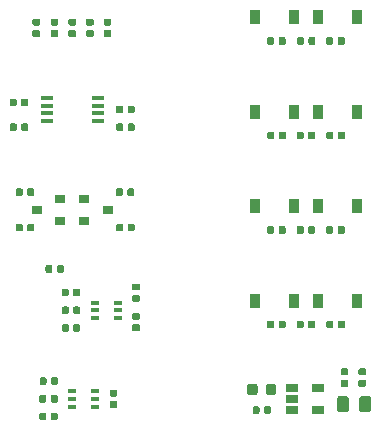
<source format=gbr>
G04 #@! TF.GenerationSoftware,KiCad,Pcbnew,(5.0.1-3-g963ef8bb5)*
G04 #@! TF.CreationDate,2019-07-31T15:24:12+02:00*
G04 #@! TF.ProjectId,StudIOT,53747564494F542E6B696361645F7063,rev?*
G04 #@! TF.SameCoordinates,Original*
G04 #@! TF.FileFunction,Paste,Bot*
G04 #@! TF.FilePolarity,Positive*
%FSLAX46Y46*%
G04 Gerber Fmt 4.6, Leading zero omitted, Abs format (unit mm)*
G04 Created by KiCad (PCBNEW (5.0.1-3-g963ef8bb5)) date 2019 July 31, Wednesday 15:24:12*
%MOMM*%
%LPD*%
G01*
G04 APERTURE LIST*
%ADD10R,1.100000X0.400000*%
%ADD11C,0.100000*%
%ADD12C,0.590000*%
%ADD13R,0.900000X0.800000*%
%ADD14R,0.650000X0.400000*%
%ADD15C,0.875000*%
%ADD16R,0.900000X1.200000*%
%ADD17C,0.975000*%
%ADD18R,1.060000X0.650000*%
G04 APERTURE END LIST*
D10*
G04 #@! TO.C,U20*
X97850000Y-88775000D03*
X97850000Y-88125000D03*
X97850000Y-87475000D03*
X97850000Y-86825000D03*
X102150000Y-86825000D03*
X102150000Y-87475000D03*
X102150000Y-88125000D03*
X102150000Y-88775000D03*
G04 #@! TD*
D11*
G04 #@! TO.C,C30*
G36*
X95676958Y-94480710D02*
X95691276Y-94482834D01*
X95705317Y-94486351D01*
X95718946Y-94491228D01*
X95732031Y-94497417D01*
X95744447Y-94504858D01*
X95756073Y-94513481D01*
X95766798Y-94523202D01*
X95776519Y-94533927D01*
X95785142Y-94545553D01*
X95792583Y-94557969D01*
X95798772Y-94571054D01*
X95803649Y-94584683D01*
X95807166Y-94598724D01*
X95809290Y-94613042D01*
X95810000Y-94627500D01*
X95810000Y-94972500D01*
X95809290Y-94986958D01*
X95807166Y-95001276D01*
X95803649Y-95015317D01*
X95798772Y-95028946D01*
X95792583Y-95042031D01*
X95785142Y-95054447D01*
X95776519Y-95066073D01*
X95766798Y-95076798D01*
X95756073Y-95086519D01*
X95744447Y-95095142D01*
X95732031Y-95102583D01*
X95718946Y-95108772D01*
X95705317Y-95113649D01*
X95691276Y-95117166D01*
X95676958Y-95119290D01*
X95662500Y-95120000D01*
X95367500Y-95120000D01*
X95353042Y-95119290D01*
X95338724Y-95117166D01*
X95324683Y-95113649D01*
X95311054Y-95108772D01*
X95297969Y-95102583D01*
X95285553Y-95095142D01*
X95273927Y-95086519D01*
X95263202Y-95076798D01*
X95253481Y-95066073D01*
X95244858Y-95054447D01*
X95237417Y-95042031D01*
X95231228Y-95028946D01*
X95226351Y-95015317D01*
X95222834Y-95001276D01*
X95220710Y-94986958D01*
X95220000Y-94972500D01*
X95220000Y-94627500D01*
X95220710Y-94613042D01*
X95222834Y-94598724D01*
X95226351Y-94584683D01*
X95231228Y-94571054D01*
X95237417Y-94557969D01*
X95244858Y-94545553D01*
X95253481Y-94533927D01*
X95263202Y-94523202D01*
X95273927Y-94513481D01*
X95285553Y-94504858D01*
X95297969Y-94497417D01*
X95311054Y-94491228D01*
X95324683Y-94486351D01*
X95338724Y-94482834D01*
X95353042Y-94480710D01*
X95367500Y-94480000D01*
X95662500Y-94480000D01*
X95676958Y-94480710D01*
X95676958Y-94480710D01*
G37*
D12*
X95515000Y-94800000D03*
D11*
G36*
X96646958Y-94480710D02*
X96661276Y-94482834D01*
X96675317Y-94486351D01*
X96688946Y-94491228D01*
X96702031Y-94497417D01*
X96714447Y-94504858D01*
X96726073Y-94513481D01*
X96736798Y-94523202D01*
X96746519Y-94533927D01*
X96755142Y-94545553D01*
X96762583Y-94557969D01*
X96768772Y-94571054D01*
X96773649Y-94584683D01*
X96777166Y-94598724D01*
X96779290Y-94613042D01*
X96780000Y-94627500D01*
X96780000Y-94972500D01*
X96779290Y-94986958D01*
X96777166Y-95001276D01*
X96773649Y-95015317D01*
X96768772Y-95028946D01*
X96762583Y-95042031D01*
X96755142Y-95054447D01*
X96746519Y-95066073D01*
X96736798Y-95076798D01*
X96726073Y-95086519D01*
X96714447Y-95095142D01*
X96702031Y-95102583D01*
X96688946Y-95108772D01*
X96675317Y-95113649D01*
X96661276Y-95117166D01*
X96646958Y-95119290D01*
X96632500Y-95120000D01*
X96337500Y-95120000D01*
X96323042Y-95119290D01*
X96308724Y-95117166D01*
X96294683Y-95113649D01*
X96281054Y-95108772D01*
X96267969Y-95102583D01*
X96255553Y-95095142D01*
X96243927Y-95086519D01*
X96233202Y-95076798D01*
X96223481Y-95066073D01*
X96214858Y-95054447D01*
X96207417Y-95042031D01*
X96201228Y-95028946D01*
X96196351Y-95015317D01*
X96192834Y-95001276D01*
X96190710Y-94986958D01*
X96190000Y-94972500D01*
X96190000Y-94627500D01*
X96190710Y-94613042D01*
X96192834Y-94598724D01*
X96196351Y-94584683D01*
X96201228Y-94571054D01*
X96207417Y-94557969D01*
X96214858Y-94545553D01*
X96223481Y-94533927D01*
X96233202Y-94523202D01*
X96243927Y-94513481D01*
X96255553Y-94504858D01*
X96267969Y-94497417D01*
X96281054Y-94491228D01*
X96294683Y-94486351D01*
X96308724Y-94482834D01*
X96323042Y-94480710D01*
X96337500Y-94480000D01*
X96632500Y-94480000D01*
X96646958Y-94480710D01*
X96646958Y-94480710D01*
G37*
D12*
X96485000Y-94800000D03*
G04 #@! TD*
D11*
G04 #@! TO.C,C40*
G36*
X104161958Y-94480710D02*
X104176276Y-94482834D01*
X104190317Y-94486351D01*
X104203946Y-94491228D01*
X104217031Y-94497417D01*
X104229447Y-94504858D01*
X104241073Y-94513481D01*
X104251798Y-94523202D01*
X104261519Y-94533927D01*
X104270142Y-94545553D01*
X104277583Y-94557969D01*
X104283772Y-94571054D01*
X104288649Y-94584683D01*
X104292166Y-94598724D01*
X104294290Y-94613042D01*
X104295000Y-94627500D01*
X104295000Y-94972500D01*
X104294290Y-94986958D01*
X104292166Y-95001276D01*
X104288649Y-95015317D01*
X104283772Y-95028946D01*
X104277583Y-95042031D01*
X104270142Y-95054447D01*
X104261519Y-95066073D01*
X104251798Y-95076798D01*
X104241073Y-95086519D01*
X104229447Y-95095142D01*
X104217031Y-95102583D01*
X104203946Y-95108772D01*
X104190317Y-95113649D01*
X104176276Y-95117166D01*
X104161958Y-95119290D01*
X104147500Y-95120000D01*
X103852500Y-95120000D01*
X103838042Y-95119290D01*
X103823724Y-95117166D01*
X103809683Y-95113649D01*
X103796054Y-95108772D01*
X103782969Y-95102583D01*
X103770553Y-95095142D01*
X103758927Y-95086519D01*
X103748202Y-95076798D01*
X103738481Y-95066073D01*
X103729858Y-95054447D01*
X103722417Y-95042031D01*
X103716228Y-95028946D01*
X103711351Y-95015317D01*
X103707834Y-95001276D01*
X103705710Y-94986958D01*
X103705000Y-94972500D01*
X103705000Y-94627500D01*
X103705710Y-94613042D01*
X103707834Y-94598724D01*
X103711351Y-94584683D01*
X103716228Y-94571054D01*
X103722417Y-94557969D01*
X103729858Y-94545553D01*
X103738481Y-94533927D01*
X103748202Y-94523202D01*
X103758927Y-94513481D01*
X103770553Y-94504858D01*
X103782969Y-94497417D01*
X103796054Y-94491228D01*
X103809683Y-94486351D01*
X103823724Y-94482834D01*
X103838042Y-94480710D01*
X103852500Y-94480000D01*
X104147500Y-94480000D01*
X104161958Y-94480710D01*
X104161958Y-94480710D01*
G37*
D12*
X104000000Y-94800000D03*
D11*
G36*
X105131958Y-94480710D02*
X105146276Y-94482834D01*
X105160317Y-94486351D01*
X105173946Y-94491228D01*
X105187031Y-94497417D01*
X105199447Y-94504858D01*
X105211073Y-94513481D01*
X105221798Y-94523202D01*
X105231519Y-94533927D01*
X105240142Y-94545553D01*
X105247583Y-94557969D01*
X105253772Y-94571054D01*
X105258649Y-94584683D01*
X105262166Y-94598724D01*
X105264290Y-94613042D01*
X105265000Y-94627500D01*
X105265000Y-94972500D01*
X105264290Y-94986958D01*
X105262166Y-95001276D01*
X105258649Y-95015317D01*
X105253772Y-95028946D01*
X105247583Y-95042031D01*
X105240142Y-95054447D01*
X105231519Y-95066073D01*
X105221798Y-95076798D01*
X105211073Y-95086519D01*
X105199447Y-95095142D01*
X105187031Y-95102583D01*
X105173946Y-95108772D01*
X105160317Y-95113649D01*
X105146276Y-95117166D01*
X105131958Y-95119290D01*
X105117500Y-95120000D01*
X104822500Y-95120000D01*
X104808042Y-95119290D01*
X104793724Y-95117166D01*
X104779683Y-95113649D01*
X104766054Y-95108772D01*
X104752969Y-95102583D01*
X104740553Y-95095142D01*
X104728927Y-95086519D01*
X104718202Y-95076798D01*
X104708481Y-95066073D01*
X104699858Y-95054447D01*
X104692417Y-95042031D01*
X104686228Y-95028946D01*
X104681351Y-95015317D01*
X104677834Y-95001276D01*
X104675710Y-94986958D01*
X104675000Y-94972500D01*
X104675000Y-94627500D01*
X104675710Y-94613042D01*
X104677834Y-94598724D01*
X104681351Y-94584683D01*
X104686228Y-94571054D01*
X104692417Y-94557969D01*
X104699858Y-94545553D01*
X104708481Y-94533927D01*
X104718202Y-94523202D01*
X104728927Y-94513481D01*
X104740553Y-94504858D01*
X104752969Y-94497417D01*
X104766054Y-94491228D01*
X104779683Y-94486351D01*
X104793724Y-94482834D01*
X104808042Y-94480710D01*
X104822500Y-94480000D01*
X105117500Y-94480000D01*
X105131958Y-94480710D01*
X105131958Y-94480710D01*
G37*
D12*
X104970000Y-94800000D03*
G04 #@! TD*
D13*
G04 #@! TO.C,Q30*
X99000000Y-95350000D03*
X99000000Y-97250000D03*
X97000000Y-96300000D03*
G04 #@! TD*
G04 #@! TO.C,Q40*
X103000000Y-96300000D03*
X101000000Y-95350000D03*
X101000000Y-97250000D03*
G04 #@! TD*
D11*
G04 #@! TO.C,R30*
G36*
X95676958Y-97480710D02*
X95691276Y-97482834D01*
X95705317Y-97486351D01*
X95718946Y-97491228D01*
X95732031Y-97497417D01*
X95744447Y-97504858D01*
X95756073Y-97513481D01*
X95766798Y-97523202D01*
X95776519Y-97533927D01*
X95785142Y-97545553D01*
X95792583Y-97557969D01*
X95798772Y-97571054D01*
X95803649Y-97584683D01*
X95807166Y-97598724D01*
X95809290Y-97613042D01*
X95810000Y-97627500D01*
X95810000Y-97972500D01*
X95809290Y-97986958D01*
X95807166Y-98001276D01*
X95803649Y-98015317D01*
X95798772Y-98028946D01*
X95792583Y-98042031D01*
X95785142Y-98054447D01*
X95776519Y-98066073D01*
X95766798Y-98076798D01*
X95756073Y-98086519D01*
X95744447Y-98095142D01*
X95732031Y-98102583D01*
X95718946Y-98108772D01*
X95705317Y-98113649D01*
X95691276Y-98117166D01*
X95676958Y-98119290D01*
X95662500Y-98120000D01*
X95367500Y-98120000D01*
X95353042Y-98119290D01*
X95338724Y-98117166D01*
X95324683Y-98113649D01*
X95311054Y-98108772D01*
X95297969Y-98102583D01*
X95285553Y-98095142D01*
X95273927Y-98086519D01*
X95263202Y-98076798D01*
X95253481Y-98066073D01*
X95244858Y-98054447D01*
X95237417Y-98042031D01*
X95231228Y-98028946D01*
X95226351Y-98015317D01*
X95222834Y-98001276D01*
X95220710Y-97986958D01*
X95220000Y-97972500D01*
X95220000Y-97627500D01*
X95220710Y-97613042D01*
X95222834Y-97598724D01*
X95226351Y-97584683D01*
X95231228Y-97571054D01*
X95237417Y-97557969D01*
X95244858Y-97545553D01*
X95253481Y-97533927D01*
X95263202Y-97523202D01*
X95273927Y-97513481D01*
X95285553Y-97504858D01*
X95297969Y-97497417D01*
X95311054Y-97491228D01*
X95324683Y-97486351D01*
X95338724Y-97482834D01*
X95353042Y-97480710D01*
X95367500Y-97480000D01*
X95662500Y-97480000D01*
X95676958Y-97480710D01*
X95676958Y-97480710D01*
G37*
D12*
X95515000Y-97800000D03*
D11*
G36*
X96646958Y-97480710D02*
X96661276Y-97482834D01*
X96675317Y-97486351D01*
X96688946Y-97491228D01*
X96702031Y-97497417D01*
X96714447Y-97504858D01*
X96726073Y-97513481D01*
X96736798Y-97523202D01*
X96746519Y-97533927D01*
X96755142Y-97545553D01*
X96762583Y-97557969D01*
X96768772Y-97571054D01*
X96773649Y-97584683D01*
X96777166Y-97598724D01*
X96779290Y-97613042D01*
X96780000Y-97627500D01*
X96780000Y-97972500D01*
X96779290Y-97986958D01*
X96777166Y-98001276D01*
X96773649Y-98015317D01*
X96768772Y-98028946D01*
X96762583Y-98042031D01*
X96755142Y-98054447D01*
X96746519Y-98066073D01*
X96736798Y-98076798D01*
X96726073Y-98086519D01*
X96714447Y-98095142D01*
X96702031Y-98102583D01*
X96688946Y-98108772D01*
X96675317Y-98113649D01*
X96661276Y-98117166D01*
X96646958Y-98119290D01*
X96632500Y-98120000D01*
X96337500Y-98120000D01*
X96323042Y-98119290D01*
X96308724Y-98117166D01*
X96294683Y-98113649D01*
X96281054Y-98108772D01*
X96267969Y-98102583D01*
X96255553Y-98095142D01*
X96243927Y-98086519D01*
X96233202Y-98076798D01*
X96223481Y-98066073D01*
X96214858Y-98054447D01*
X96207417Y-98042031D01*
X96201228Y-98028946D01*
X96196351Y-98015317D01*
X96192834Y-98001276D01*
X96190710Y-97986958D01*
X96190000Y-97972500D01*
X96190000Y-97627500D01*
X96190710Y-97613042D01*
X96192834Y-97598724D01*
X96196351Y-97584683D01*
X96201228Y-97571054D01*
X96207417Y-97557969D01*
X96214858Y-97545553D01*
X96223481Y-97533927D01*
X96233202Y-97523202D01*
X96243927Y-97513481D01*
X96255553Y-97504858D01*
X96267969Y-97497417D01*
X96281054Y-97491228D01*
X96294683Y-97486351D01*
X96308724Y-97482834D01*
X96323042Y-97480710D01*
X96337500Y-97480000D01*
X96632500Y-97480000D01*
X96646958Y-97480710D01*
X96646958Y-97480710D01*
G37*
D12*
X96485000Y-97800000D03*
G04 #@! TD*
D11*
G04 #@! TO.C,R40*
G36*
X105146958Y-97480710D02*
X105161276Y-97482834D01*
X105175317Y-97486351D01*
X105188946Y-97491228D01*
X105202031Y-97497417D01*
X105214447Y-97504858D01*
X105226073Y-97513481D01*
X105236798Y-97523202D01*
X105246519Y-97533927D01*
X105255142Y-97545553D01*
X105262583Y-97557969D01*
X105268772Y-97571054D01*
X105273649Y-97584683D01*
X105277166Y-97598724D01*
X105279290Y-97613042D01*
X105280000Y-97627500D01*
X105280000Y-97972500D01*
X105279290Y-97986958D01*
X105277166Y-98001276D01*
X105273649Y-98015317D01*
X105268772Y-98028946D01*
X105262583Y-98042031D01*
X105255142Y-98054447D01*
X105246519Y-98066073D01*
X105236798Y-98076798D01*
X105226073Y-98086519D01*
X105214447Y-98095142D01*
X105202031Y-98102583D01*
X105188946Y-98108772D01*
X105175317Y-98113649D01*
X105161276Y-98117166D01*
X105146958Y-98119290D01*
X105132500Y-98120000D01*
X104837500Y-98120000D01*
X104823042Y-98119290D01*
X104808724Y-98117166D01*
X104794683Y-98113649D01*
X104781054Y-98108772D01*
X104767969Y-98102583D01*
X104755553Y-98095142D01*
X104743927Y-98086519D01*
X104733202Y-98076798D01*
X104723481Y-98066073D01*
X104714858Y-98054447D01*
X104707417Y-98042031D01*
X104701228Y-98028946D01*
X104696351Y-98015317D01*
X104692834Y-98001276D01*
X104690710Y-97986958D01*
X104690000Y-97972500D01*
X104690000Y-97627500D01*
X104690710Y-97613042D01*
X104692834Y-97598724D01*
X104696351Y-97584683D01*
X104701228Y-97571054D01*
X104707417Y-97557969D01*
X104714858Y-97545553D01*
X104723481Y-97533927D01*
X104733202Y-97523202D01*
X104743927Y-97513481D01*
X104755553Y-97504858D01*
X104767969Y-97497417D01*
X104781054Y-97491228D01*
X104794683Y-97486351D01*
X104808724Y-97482834D01*
X104823042Y-97480710D01*
X104837500Y-97480000D01*
X105132500Y-97480000D01*
X105146958Y-97480710D01*
X105146958Y-97480710D01*
G37*
D12*
X104985000Y-97800000D03*
D11*
G36*
X104176958Y-97480710D02*
X104191276Y-97482834D01*
X104205317Y-97486351D01*
X104218946Y-97491228D01*
X104232031Y-97497417D01*
X104244447Y-97504858D01*
X104256073Y-97513481D01*
X104266798Y-97523202D01*
X104276519Y-97533927D01*
X104285142Y-97545553D01*
X104292583Y-97557969D01*
X104298772Y-97571054D01*
X104303649Y-97584683D01*
X104307166Y-97598724D01*
X104309290Y-97613042D01*
X104310000Y-97627500D01*
X104310000Y-97972500D01*
X104309290Y-97986958D01*
X104307166Y-98001276D01*
X104303649Y-98015317D01*
X104298772Y-98028946D01*
X104292583Y-98042031D01*
X104285142Y-98054447D01*
X104276519Y-98066073D01*
X104266798Y-98076798D01*
X104256073Y-98086519D01*
X104244447Y-98095142D01*
X104232031Y-98102583D01*
X104218946Y-98108772D01*
X104205317Y-98113649D01*
X104191276Y-98117166D01*
X104176958Y-98119290D01*
X104162500Y-98120000D01*
X103867500Y-98120000D01*
X103853042Y-98119290D01*
X103838724Y-98117166D01*
X103824683Y-98113649D01*
X103811054Y-98108772D01*
X103797969Y-98102583D01*
X103785553Y-98095142D01*
X103773927Y-98086519D01*
X103763202Y-98076798D01*
X103753481Y-98066073D01*
X103744858Y-98054447D01*
X103737417Y-98042031D01*
X103731228Y-98028946D01*
X103726351Y-98015317D01*
X103722834Y-98001276D01*
X103720710Y-97986958D01*
X103720000Y-97972500D01*
X103720000Y-97627500D01*
X103720710Y-97613042D01*
X103722834Y-97598724D01*
X103726351Y-97584683D01*
X103731228Y-97571054D01*
X103737417Y-97557969D01*
X103744858Y-97545553D01*
X103753481Y-97533927D01*
X103763202Y-97523202D01*
X103773927Y-97513481D01*
X103785553Y-97504858D01*
X103797969Y-97497417D01*
X103811054Y-97491228D01*
X103824683Y-97486351D01*
X103838724Y-97482834D01*
X103853042Y-97480710D01*
X103867500Y-97480000D01*
X104162500Y-97480000D01*
X104176958Y-97480710D01*
X104176958Y-97480710D01*
G37*
D12*
X104015000Y-97800000D03*
G04 #@! TD*
D11*
G04 #@! TO.C,C50*
G36*
X98646958Y-111980710D02*
X98661276Y-111982834D01*
X98675317Y-111986351D01*
X98688946Y-111991228D01*
X98702031Y-111997417D01*
X98714447Y-112004858D01*
X98726073Y-112013481D01*
X98736798Y-112023202D01*
X98746519Y-112033927D01*
X98755142Y-112045553D01*
X98762583Y-112057969D01*
X98768772Y-112071054D01*
X98773649Y-112084683D01*
X98777166Y-112098724D01*
X98779290Y-112113042D01*
X98780000Y-112127500D01*
X98780000Y-112472500D01*
X98779290Y-112486958D01*
X98777166Y-112501276D01*
X98773649Y-112515317D01*
X98768772Y-112528946D01*
X98762583Y-112542031D01*
X98755142Y-112554447D01*
X98746519Y-112566073D01*
X98736798Y-112576798D01*
X98726073Y-112586519D01*
X98714447Y-112595142D01*
X98702031Y-112602583D01*
X98688946Y-112608772D01*
X98675317Y-112613649D01*
X98661276Y-112617166D01*
X98646958Y-112619290D01*
X98632500Y-112620000D01*
X98337500Y-112620000D01*
X98323042Y-112619290D01*
X98308724Y-112617166D01*
X98294683Y-112613649D01*
X98281054Y-112608772D01*
X98267969Y-112602583D01*
X98255553Y-112595142D01*
X98243927Y-112586519D01*
X98233202Y-112576798D01*
X98223481Y-112566073D01*
X98214858Y-112554447D01*
X98207417Y-112542031D01*
X98201228Y-112528946D01*
X98196351Y-112515317D01*
X98192834Y-112501276D01*
X98190710Y-112486958D01*
X98190000Y-112472500D01*
X98190000Y-112127500D01*
X98190710Y-112113042D01*
X98192834Y-112098724D01*
X98196351Y-112084683D01*
X98201228Y-112071054D01*
X98207417Y-112057969D01*
X98214858Y-112045553D01*
X98223481Y-112033927D01*
X98233202Y-112023202D01*
X98243927Y-112013481D01*
X98255553Y-112004858D01*
X98267969Y-111997417D01*
X98281054Y-111991228D01*
X98294683Y-111986351D01*
X98308724Y-111982834D01*
X98323042Y-111980710D01*
X98337500Y-111980000D01*
X98632500Y-111980000D01*
X98646958Y-111980710D01*
X98646958Y-111980710D01*
G37*
D12*
X98485000Y-112300000D03*
D11*
G36*
X97676958Y-111980710D02*
X97691276Y-111982834D01*
X97705317Y-111986351D01*
X97718946Y-111991228D01*
X97732031Y-111997417D01*
X97744447Y-112004858D01*
X97756073Y-112013481D01*
X97766798Y-112023202D01*
X97776519Y-112033927D01*
X97785142Y-112045553D01*
X97792583Y-112057969D01*
X97798772Y-112071054D01*
X97803649Y-112084683D01*
X97807166Y-112098724D01*
X97809290Y-112113042D01*
X97810000Y-112127500D01*
X97810000Y-112472500D01*
X97809290Y-112486958D01*
X97807166Y-112501276D01*
X97803649Y-112515317D01*
X97798772Y-112528946D01*
X97792583Y-112542031D01*
X97785142Y-112554447D01*
X97776519Y-112566073D01*
X97766798Y-112576798D01*
X97756073Y-112586519D01*
X97744447Y-112595142D01*
X97732031Y-112602583D01*
X97718946Y-112608772D01*
X97705317Y-112613649D01*
X97691276Y-112617166D01*
X97676958Y-112619290D01*
X97662500Y-112620000D01*
X97367500Y-112620000D01*
X97353042Y-112619290D01*
X97338724Y-112617166D01*
X97324683Y-112613649D01*
X97311054Y-112608772D01*
X97297969Y-112602583D01*
X97285553Y-112595142D01*
X97273927Y-112586519D01*
X97263202Y-112576798D01*
X97253481Y-112566073D01*
X97244858Y-112554447D01*
X97237417Y-112542031D01*
X97231228Y-112528946D01*
X97226351Y-112515317D01*
X97222834Y-112501276D01*
X97220710Y-112486958D01*
X97220000Y-112472500D01*
X97220000Y-112127500D01*
X97220710Y-112113042D01*
X97222834Y-112098724D01*
X97226351Y-112084683D01*
X97231228Y-112071054D01*
X97237417Y-112057969D01*
X97244858Y-112045553D01*
X97253481Y-112033927D01*
X97263202Y-112023202D01*
X97273927Y-112013481D01*
X97285553Y-112004858D01*
X97297969Y-111997417D01*
X97311054Y-111991228D01*
X97324683Y-111986351D01*
X97338724Y-111982834D01*
X97353042Y-111980710D01*
X97367500Y-111980000D01*
X97662500Y-111980000D01*
X97676958Y-111980710D01*
X97676958Y-111980710D01*
G37*
D12*
X97515000Y-112300000D03*
G04 #@! TD*
D14*
G04 #@! TO.C,Q50*
X101900000Y-111650000D03*
X101900000Y-112950000D03*
X100000000Y-112300000D03*
X101900000Y-112300000D03*
X100000000Y-112950000D03*
X100000000Y-111650000D03*
G04 #@! TD*
D11*
G04 #@! TO.C,R50*
G36*
X98661958Y-110480710D02*
X98676276Y-110482834D01*
X98690317Y-110486351D01*
X98703946Y-110491228D01*
X98717031Y-110497417D01*
X98729447Y-110504858D01*
X98741073Y-110513481D01*
X98751798Y-110523202D01*
X98761519Y-110533927D01*
X98770142Y-110545553D01*
X98777583Y-110557969D01*
X98783772Y-110571054D01*
X98788649Y-110584683D01*
X98792166Y-110598724D01*
X98794290Y-110613042D01*
X98795000Y-110627500D01*
X98795000Y-110972500D01*
X98794290Y-110986958D01*
X98792166Y-111001276D01*
X98788649Y-111015317D01*
X98783772Y-111028946D01*
X98777583Y-111042031D01*
X98770142Y-111054447D01*
X98761519Y-111066073D01*
X98751798Y-111076798D01*
X98741073Y-111086519D01*
X98729447Y-111095142D01*
X98717031Y-111102583D01*
X98703946Y-111108772D01*
X98690317Y-111113649D01*
X98676276Y-111117166D01*
X98661958Y-111119290D01*
X98647500Y-111120000D01*
X98352500Y-111120000D01*
X98338042Y-111119290D01*
X98323724Y-111117166D01*
X98309683Y-111113649D01*
X98296054Y-111108772D01*
X98282969Y-111102583D01*
X98270553Y-111095142D01*
X98258927Y-111086519D01*
X98248202Y-111076798D01*
X98238481Y-111066073D01*
X98229858Y-111054447D01*
X98222417Y-111042031D01*
X98216228Y-111028946D01*
X98211351Y-111015317D01*
X98207834Y-111001276D01*
X98205710Y-110986958D01*
X98205000Y-110972500D01*
X98205000Y-110627500D01*
X98205710Y-110613042D01*
X98207834Y-110598724D01*
X98211351Y-110584683D01*
X98216228Y-110571054D01*
X98222417Y-110557969D01*
X98229858Y-110545553D01*
X98238481Y-110533927D01*
X98248202Y-110523202D01*
X98258927Y-110513481D01*
X98270553Y-110504858D01*
X98282969Y-110497417D01*
X98296054Y-110491228D01*
X98309683Y-110486351D01*
X98323724Y-110482834D01*
X98338042Y-110480710D01*
X98352500Y-110480000D01*
X98647500Y-110480000D01*
X98661958Y-110480710D01*
X98661958Y-110480710D01*
G37*
D12*
X98500000Y-110800000D03*
D11*
G36*
X97691958Y-110480710D02*
X97706276Y-110482834D01*
X97720317Y-110486351D01*
X97733946Y-110491228D01*
X97747031Y-110497417D01*
X97759447Y-110504858D01*
X97771073Y-110513481D01*
X97781798Y-110523202D01*
X97791519Y-110533927D01*
X97800142Y-110545553D01*
X97807583Y-110557969D01*
X97813772Y-110571054D01*
X97818649Y-110584683D01*
X97822166Y-110598724D01*
X97824290Y-110613042D01*
X97825000Y-110627500D01*
X97825000Y-110972500D01*
X97824290Y-110986958D01*
X97822166Y-111001276D01*
X97818649Y-111015317D01*
X97813772Y-111028946D01*
X97807583Y-111042031D01*
X97800142Y-111054447D01*
X97791519Y-111066073D01*
X97781798Y-111076798D01*
X97771073Y-111086519D01*
X97759447Y-111095142D01*
X97747031Y-111102583D01*
X97733946Y-111108772D01*
X97720317Y-111113649D01*
X97706276Y-111117166D01*
X97691958Y-111119290D01*
X97677500Y-111120000D01*
X97382500Y-111120000D01*
X97368042Y-111119290D01*
X97353724Y-111117166D01*
X97339683Y-111113649D01*
X97326054Y-111108772D01*
X97312969Y-111102583D01*
X97300553Y-111095142D01*
X97288927Y-111086519D01*
X97278202Y-111076798D01*
X97268481Y-111066073D01*
X97259858Y-111054447D01*
X97252417Y-111042031D01*
X97246228Y-111028946D01*
X97241351Y-111015317D01*
X97237834Y-111001276D01*
X97235710Y-110986958D01*
X97235000Y-110972500D01*
X97235000Y-110627500D01*
X97235710Y-110613042D01*
X97237834Y-110598724D01*
X97241351Y-110584683D01*
X97246228Y-110571054D01*
X97252417Y-110557969D01*
X97259858Y-110545553D01*
X97268481Y-110533927D01*
X97278202Y-110523202D01*
X97288927Y-110513481D01*
X97300553Y-110504858D01*
X97312969Y-110497417D01*
X97326054Y-110491228D01*
X97339683Y-110486351D01*
X97353724Y-110482834D01*
X97368042Y-110480710D01*
X97382500Y-110480000D01*
X97677500Y-110480000D01*
X97691958Y-110480710D01*
X97691958Y-110480710D01*
G37*
D12*
X97530000Y-110800000D03*
G04 #@! TD*
D11*
G04 #@! TO.C,R51*
G36*
X103686958Y-111520710D02*
X103701276Y-111522834D01*
X103715317Y-111526351D01*
X103728946Y-111531228D01*
X103742031Y-111537417D01*
X103754447Y-111544858D01*
X103766073Y-111553481D01*
X103776798Y-111563202D01*
X103786519Y-111573927D01*
X103795142Y-111585553D01*
X103802583Y-111597969D01*
X103808772Y-111611054D01*
X103813649Y-111624683D01*
X103817166Y-111638724D01*
X103819290Y-111653042D01*
X103820000Y-111667500D01*
X103820000Y-111962500D01*
X103819290Y-111976958D01*
X103817166Y-111991276D01*
X103813649Y-112005317D01*
X103808772Y-112018946D01*
X103802583Y-112032031D01*
X103795142Y-112044447D01*
X103786519Y-112056073D01*
X103776798Y-112066798D01*
X103766073Y-112076519D01*
X103754447Y-112085142D01*
X103742031Y-112092583D01*
X103728946Y-112098772D01*
X103715317Y-112103649D01*
X103701276Y-112107166D01*
X103686958Y-112109290D01*
X103672500Y-112110000D01*
X103327500Y-112110000D01*
X103313042Y-112109290D01*
X103298724Y-112107166D01*
X103284683Y-112103649D01*
X103271054Y-112098772D01*
X103257969Y-112092583D01*
X103245553Y-112085142D01*
X103233927Y-112076519D01*
X103223202Y-112066798D01*
X103213481Y-112056073D01*
X103204858Y-112044447D01*
X103197417Y-112032031D01*
X103191228Y-112018946D01*
X103186351Y-112005317D01*
X103182834Y-111991276D01*
X103180710Y-111976958D01*
X103180000Y-111962500D01*
X103180000Y-111667500D01*
X103180710Y-111653042D01*
X103182834Y-111638724D01*
X103186351Y-111624683D01*
X103191228Y-111611054D01*
X103197417Y-111597969D01*
X103204858Y-111585553D01*
X103213481Y-111573927D01*
X103223202Y-111563202D01*
X103233927Y-111553481D01*
X103245553Y-111544858D01*
X103257969Y-111537417D01*
X103271054Y-111531228D01*
X103284683Y-111526351D01*
X103298724Y-111522834D01*
X103313042Y-111520710D01*
X103327500Y-111520000D01*
X103672500Y-111520000D01*
X103686958Y-111520710D01*
X103686958Y-111520710D01*
G37*
D12*
X103500000Y-111815000D03*
D11*
G36*
X103686958Y-112490710D02*
X103701276Y-112492834D01*
X103715317Y-112496351D01*
X103728946Y-112501228D01*
X103742031Y-112507417D01*
X103754447Y-112514858D01*
X103766073Y-112523481D01*
X103776798Y-112533202D01*
X103786519Y-112543927D01*
X103795142Y-112555553D01*
X103802583Y-112567969D01*
X103808772Y-112581054D01*
X103813649Y-112594683D01*
X103817166Y-112608724D01*
X103819290Y-112623042D01*
X103820000Y-112637500D01*
X103820000Y-112932500D01*
X103819290Y-112946958D01*
X103817166Y-112961276D01*
X103813649Y-112975317D01*
X103808772Y-112988946D01*
X103802583Y-113002031D01*
X103795142Y-113014447D01*
X103786519Y-113026073D01*
X103776798Y-113036798D01*
X103766073Y-113046519D01*
X103754447Y-113055142D01*
X103742031Y-113062583D01*
X103728946Y-113068772D01*
X103715317Y-113073649D01*
X103701276Y-113077166D01*
X103686958Y-113079290D01*
X103672500Y-113080000D01*
X103327500Y-113080000D01*
X103313042Y-113079290D01*
X103298724Y-113077166D01*
X103284683Y-113073649D01*
X103271054Y-113068772D01*
X103257969Y-113062583D01*
X103245553Y-113055142D01*
X103233927Y-113046519D01*
X103223202Y-113036798D01*
X103213481Y-113026073D01*
X103204858Y-113014447D01*
X103197417Y-113002031D01*
X103191228Y-112988946D01*
X103186351Y-112975317D01*
X103182834Y-112961276D01*
X103180710Y-112946958D01*
X103180000Y-112932500D01*
X103180000Y-112637500D01*
X103180710Y-112623042D01*
X103182834Y-112608724D01*
X103186351Y-112594683D01*
X103191228Y-112581054D01*
X103197417Y-112567969D01*
X103204858Y-112555553D01*
X103213481Y-112543927D01*
X103223202Y-112533202D01*
X103233927Y-112523481D01*
X103245553Y-112514858D01*
X103257969Y-112507417D01*
X103271054Y-112501228D01*
X103284683Y-112496351D01*
X103298724Y-112492834D01*
X103313042Y-112490710D01*
X103327500Y-112490000D01*
X103672500Y-112490000D01*
X103686958Y-112490710D01*
X103686958Y-112490710D01*
G37*
D12*
X103500000Y-112785000D03*
G04 #@! TD*
D11*
G04 #@! TO.C,C60*
G36*
X99576958Y-104480710D02*
X99591276Y-104482834D01*
X99605317Y-104486351D01*
X99618946Y-104491228D01*
X99632031Y-104497417D01*
X99644447Y-104504858D01*
X99656073Y-104513481D01*
X99666798Y-104523202D01*
X99676519Y-104533927D01*
X99685142Y-104545553D01*
X99692583Y-104557969D01*
X99698772Y-104571054D01*
X99703649Y-104584683D01*
X99707166Y-104598724D01*
X99709290Y-104613042D01*
X99710000Y-104627500D01*
X99710000Y-104972500D01*
X99709290Y-104986958D01*
X99707166Y-105001276D01*
X99703649Y-105015317D01*
X99698772Y-105028946D01*
X99692583Y-105042031D01*
X99685142Y-105054447D01*
X99676519Y-105066073D01*
X99666798Y-105076798D01*
X99656073Y-105086519D01*
X99644447Y-105095142D01*
X99632031Y-105102583D01*
X99618946Y-105108772D01*
X99605317Y-105113649D01*
X99591276Y-105117166D01*
X99576958Y-105119290D01*
X99562500Y-105120000D01*
X99267500Y-105120000D01*
X99253042Y-105119290D01*
X99238724Y-105117166D01*
X99224683Y-105113649D01*
X99211054Y-105108772D01*
X99197969Y-105102583D01*
X99185553Y-105095142D01*
X99173927Y-105086519D01*
X99163202Y-105076798D01*
X99153481Y-105066073D01*
X99144858Y-105054447D01*
X99137417Y-105042031D01*
X99131228Y-105028946D01*
X99126351Y-105015317D01*
X99122834Y-105001276D01*
X99120710Y-104986958D01*
X99120000Y-104972500D01*
X99120000Y-104627500D01*
X99120710Y-104613042D01*
X99122834Y-104598724D01*
X99126351Y-104584683D01*
X99131228Y-104571054D01*
X99137417Y-104557969D01*
X99144858Y-104545553D01*
X99153481Y-104533927D01*
X99163202Y-104523202D01*
X99173927Y-104513481D01*
X99185553Y-104504858D01*
X99197969Y-104497417D01*
X99211054Y-104491228D01*
X99224683Y-104486351D01*
X99238724Y-104482834D01*
X99253042Y-104480710D01*
X99267500Y-104480000D01*
X99562500Y-104480000D01*
X99576958Y-104480710D01*
X99576958Y-104480710D01*
G37*
D12*
X99415000Y-104800000D03*
D11*
G36*
X100546958Y-104480710D02*
X100561276Y-104482834D01*
X100575317Y-104486351D01*
X100588946Y-104491228D01*
X100602031Y-104497417D01*
X100614447Y-104504858D01*
X100626073Y-104513481D01*
X100636798Y-104523202D01*
X100646519Y-104533927D01*
X100655142Y-104545553D01*
X100662583Y-104557969D01*
X100668772Y-104571054D01*
X100673649Y-104584683D01*
X100677166Y-104598724D01*
X100679290Y-104613042D01*
X100680000Y-104627500D01*
X100680000Y-104972500D01*
X100679290Y-104986958D01*
X100677166Y-105001276D01*
X100673649Y-105015317D01*
X100668772Y-105028946D01*
X100662583Y-105042031D01*
X100655142Y-105054447D01*
X100646519Y-105066073D01*
X100636798Y-105076798D01*
X100626073Y-105086519D01*
X100614447Y-105095142D01*
X100602031Y-105102583D01*
X100588946Y-105108772D01*
X100575317Y-105113649D01*
X100561276Y-105117166D01*
X100546958Y-105119290D01*
X100532500Y-105120000D01*
X100237500Y-105120000D01*
X100223042Y-105119290D01*
X100208724Y-105117166D01*
X100194683Y-105113649D01*
X100181054Y-105108772D01*
X100167969Y-105102583D01*
X100155553Y-105095142D01*
X100143927Y-105086519D01*
X100133202Y-105076798D01*
X100123481Y-105066073D01*
X100114858Y-105054447D01*
X100107417Y-105042031D01*
X100101228Y-105028946D01*
X100096351Y-105015317D01*
X100092834Y-105001276D01*
X100090710Y-104986958D01*
X100090000Y-104972500D01*
X100090000Y-104627500D01*
X100090710Y-104613042D01*
X100092834Y-104598724D01*
X100096351Y-104584683D01*
X100101228Y-104571054D01*
X100107417Y-104557969D01*
X100114858Y-104545553D01*
X100123481Y-104533927D01*
X100133202Y-104523202D01*
X100143927Y-104513481D01*
X100155553Y-104504858D01*
X100167969Y-104497417D01*
X100181054Y-104491228D01*
X100194683Y-104486351D01*
X100208724Y-104482834D01*
X100223042Y-104480710D01*
X100237500Y-104480000D01*
X100532500Y-104480000D01*
X100546958Y-104480710D01*
X100546958Y-104480710D01*
G37*
D12*
X100385000Y-104800000D03*
G04 #@! TD*
D11*
G04 #@! TO.C,C62*
G36*
X100546958Y-105980710D02*
X100561276Y-105982834D01*
X100575317Y-105986351D01*
X100588946Y-105991228D01*
X100602031Y-105997417D01*
X100614447Y-106004858D01*
X100626073Y-106013481D01*
X100636798Y-106023202D01*
X100646519Y-106033927D01*
X100655142Y-106045553D01*
X100662583Y-106057969D01*
X100668772Y-106071054D01*
X100673649Y-106084683D01*
X100677166Y-106098724D01*
X100679290Y-106113042D01*
X100680000Y-106127500D01*
X100680000Y-106472500D01*
X100679290Y-106486958D01*
X100677166Y-106501276D01*
X100673649Y-106515317D01*
X100668772Y-106528946D01*
X100662583Y-106542031D01*
X100655142Y-106554447D01*
X100646519Y-106566073D01*
X100636798Y-106576798D01*
X100626073Y-106586519D01*
X100614447Y-106595142D01*
X100602031Y-106602583D01*
X100588946Y-106608772D01*
X100575317Y-106613649D01*
X100561276Y-106617166D01*
X100546958Y-106619290D01*
X100532500Y-106620000D01*
X100237500Y-106620000D01*
X100223042Y-106619290D01*
X100208724Y-106617166D01*
X100194683Y-106613649D01*
X100181054Y-106608772D01*
X100167969Y-106602583D01*
X100155553Y-106595142D01*
X100143927Y-106586519D01*
X100133202Y-106576798D01*
X100123481Y-106566073D01*
X100114858Y-106554447D01*
X100107417Y-106542031D01*
X100101228Y-106528946D01*
X100096351Y-106515317D01*
X100092834Y-106501276D01*
X100090710Y-106486958D01*
X100090000Y-106472500D01*
X100090000Y-106127500D01*
X100090710Y-106113042D01*
X100092834Y-106098724D01*
X100096351Y-106084683D01*
X100101228Y-106071054D01*
X100107417Y-106057969D01*
X100114858Y-106045553D01*
X100123481Y-106033927D01*
X100133202Y-106023202D01*
X100143927Y-106013481D01*
X100155553Y-106004858D01*
X100167969Y-105997417D01*
X100181054Y-105991228D01*
X100194683Y-105986351D01*
X100208724Y-105982834D01*
X100223042Y-105980710D01*
X100237500Y-105980000D01*
X100532500Y-105980000D01*
X100546958Y-105980710D01*
X100546958Y-105980710D01*
G37*
D12*
X100385000Y-106300000D03*
D11*
G36*
X99576958Y-105980710D02*
X99591276Y-105982834D01*
X99605317Y-105986351D01*
X99618946Y-105991228D01*
X99632031Y-105997417D01*
X99644447Y-106004858D01*
X99656073Y-106013481D01*
X99666798Y-106023202D01*
X99676519Y-106033927D01*
X99685142Y-106045553D01*
X99692583Y-106057969D01*
X99698772Y-106071054D01*
X99703649Y-106084683D01*
X99707166Y-106098724D01*
X99709290Y-106113042D01*
X99710000Y-106127500D01*
X99710000Y-106472500D01*
X99709290Y-106486958D01*
X99707166Y-106501276D01*
X99703649Y-106515317D01*
X99698772Y-106528946D01*
X99692583Y-106542031D01*
X99685142Y-106554447D01*
X99676519Y-106566073D01*
X99666798Y-106576798D01*
X99656073Y-106586519D01*
X99644447Y-106595142D01*
X99632031Y-106602583D01*
X99618946Y-106608772D01*
X99605317Y-106613649D01*
X99591276Y-106617166D01*
X99576958Y-106619290D01*
X99562500Y-106620000D01*
X99267500Y-106620000D01*
X99253042Y-106619290D01*
X99238724Y-106617166D01*
X99224683Y-106613649D01*
X99211054Y-106608772D01*
X99197969Y-106602583D01*
X99185553Y-106595142D01*
X99173927Y-106586519D01*
X99163202Y-106576798D01*
X99153481Y-106566073D01*
X99144858Y-106554447D01*
X99137417Y-106542031D01*
X99131228Y-106528946D01*
X99126351Y-106515317D01*
X99122834Y-106501276D01*
X99120710Y-106486958D01*
X99120000Y-106472500D01*
X99120000Y-106127500D01*
X99120710Y-106113042D01*
X99122834Y-106098724D01*
X99126351Y-106084683D01*
X99131228Y-106071054D01*
X99137417Y-106057969D01*
X99144858Y-106045553D01*
X99153481Y-106033927D01*
X99163202Y-106023202D01*
X99173927Y-106013481D01*
X99185553Y-106004858D01*
X99197969Y-105997417D01*
X99211054Y-105991228D01*
X99224683Y-105986351D01*
X99238724Y-105982834D01*
X99253042Y-105980710D01*
X99267500Y-105980000D01*
X99562500Y-105980000D01*
X99576958Y-105980710D01*
X99576958Y-105980710D01*
G37*
D12*
X99415000Y-106300000D03*
G04 #@! TD*
D14*
G04 #@! TO.C,Q60*
X103850000Y-104150000D03*
X103850000Y-105450000D03*
X101950000Y-104800000D03*
X103850000Y-104800000D03*
X101950000Y-105450000D03*
X101950000Y-104150000D03*
G04 #@! TD*
D11*
G04 #@! TO.C,R60*
G36*
X100531958Y-102980710D02*
X100546276Y-102982834D01*
X100560317Y-102986351D01*
X100573946Y-102991228D01*
X100587031Y-102997417D01*
X100599447Y-103004858D01*
X100611073Y-103013481D01*
X100621798Y-103023202D01*
X100631519Y-103033927D01*
X100640142Y-103045553D01*
X100647583Y-103057969D01*
X100653772Y-103071054D01*
X100658649Y-103084683D01*
X100662166Y-103098724D01*
X100664290Y-103113042D01*
X100665000Y-103127500D01*
X100665000Y-103472500D01*
X100664290Y-103486958D01*
X100662166Y-103501276D01*
X100658649Y-103515317D01*
X100653772Y-103528946D01*
X100647583Y-103542031D01*
X100640142Y-103554447D01*
X100631519Y-103566073D01*
X100621798Y-103576798D01*
X100611073Y-103586519D01*
X100599447Y-103595142D01*
X100587031Y-103602583D01*
X100573946Y-103608772D01*
X100560317Y-103613649D01*
X100546276Y-103617166D01*
X100531958Y-103619290D01*
X100517500Y-103620000D01*
X100222500Y-103620000D01*
X100208042Y-103619290D01*
X100193724Y-103617166D01*
X100179683Y-103613649D01*
X100166054Y-103608772D01*
X100152969Y-103602583D01*
X100140553Y-103595142D01*
X100128927Y-103586519D01*
X100118202Y-103576798D01*
X100108481Y-103566073D01*
X100099858Y-103554447D01*
X100092417Y-103542031D01*
X100086228Y-103528946D01*
X100081351Y-103515317D01*
X100077834Y-103501276D01*
X100075710Y-103486958D01*
X100075000Y-103472500D01*
X100075000Y-103127500D01*
X100075710Y-103113042D01*
X100077834Y-103098724D01*
X100081351Y-103084683D01*
X100086228Y-103071054D01*
X100092417Y-103057969D01*
X100099858Y-103045553D01*
X100108481Y-103033927D01*
X100118202Y-103023202D01*
X100128927Y-103013481D01*
X100140553Y-103004858D01*
X100152969Y-102997417D01*
X100166054Y-102991228D01*
X100179683Y-102986351D01*
X100193724Y-102982834D01*
X100208042Y-102980710D01*
X100222500Y-102980000D01*
X100517500Y-102980000D01*
X100531958Y-102980710D01*
X100531958Y-102980710D01*
G37*
D12*
X100370000Y-103300000D03*
D11*
G36*
X99561958Y-102980710D02*
X99576276Y-102982834D01*
X99590317Y-102986351D01*
X99603946Y-102991228D01*
X99617031Y-102997417D01*
X99629447Y-103004858D01*
X99641073Y-103013481D01*
X99651798Y-103023202D01*
X99661519Y-103033927D01*
X99670142Y-103045553D01*
X99677583Y-103057969D01*
X99683772Y-103071054D01*
X99688649Y-103084683D01*
X99692166Y-103098724D01*
X99694290Y-103113042D01*
X99695000Y-103127500D01*
X99695000Y-103472500D01*
X99694290Y-103486958D01*
X99692166Y-103501276D01*
X99688649Y-103515317D01*
X99683772Y-103528946D01*
X99677583Y-103542031D01*
X99670142Y-103554447D01*
X99661519Y-103566073D01*
X99651798Y-103576798D01*
X99641073Y-103586519D01*
X99629447Y-103595142D01*
X99617031Y-103602583D01*
X99603946Y-103608772D01*
X99590317Y-103613649D01*
X99576276Y-103617166D01*
X99561958Y-103619290D01*
X99547500Y-103620000D01*
X99252500Y-103620000D01*
X99238042Y-103619290D01*
X99223724Y-103617166D01*
X99209683Y-103613649D01*
X99196054Y-103608772D01*
X99182969Y-103602583D01*
X99170553Y-103595142D01*
X99158927Y-103586519D01*
X99148202Y-103576798D01*
X99138481Y-103566073D01*
X99129858Y-103554447D01*
X99122417Y-103542031D01*
X99116228Y-103528946D01*
X99111351Y-103515317D01*
X99107834Y-103501276D01*
X99105710Y-103486958D01*
X99105000Y-103472500D01*
X99105000Y-103127500D01*
X99105710Y-103113042D01*
X99107834Y-103098724D01*
X99111351Y-103084683D01*
X99116228Y-103071054D01*
X99122417Y-103057969D01*
X99129858Y-103045553D01*
X99138481Y-103033927D01*
X99148202Y-103023202D01*
X99158927Y-103013481D01*
X99170553Y-103004858D01*
X99182969Y-102997417D01*
X99196054Y-102991228D01*
X99209683Y-102986351D01*
X99223724Y-102982834D01*
X99238042Y-102980710D01*
X99252500Y-102980000D01*
X99547500Y-102980000D01*
X99561958Y-102980710D01*
X99561958Y-102980710D01*
G37*
D12*
X99400000Y-103300000D03*
G04 #@! TD*
D11*
G04 #@! TO.C,R61*
G36*
X105586958Y-102535710D02*
X105601276Y-102537834D01*
X105615317Y-102541351D01*
X105628946Y-102546228D01*
X105642031Y-102552417D01*
X105654447Y-102559858D01*
X105666073Y-102568481D01*
X105676798Y-102578202D01*
X105686519Y-102588927D01*
X105695142Y-102600553D01*
X105702583Y-102612969D01*
X105708772Y-102626054D01*
X105713649Y-102639683D01*
X105717166Y-102653724D01*
X105719290Y-102668042D01*
X105720000Y-102682500D01*
X105720000Y-102977500D01*
X105719290Y-102991958D01*
X105717166Y-103006276D01*
X105713649Y-103020317D01*
X105708772Y-103033946D01*
X105702583Y-103047031D01*
X105695142Y-103059447D01*
X105686519Y-103071073D01*
X105676798Y-103081798D01*
X105666073Y-103091519D01*
X105654447Y-103100142D01*
X105642031Y-103107583D01*
X105628946Y-103113772D01*
X105615317Y-103118649D01*
X105601276Y-103122166D01*
X105586958Y-103124290D01*
X105572500Y-103125000D01*
X105227500Y-103125000D01*
X105213042Y-103124290D01*
X105198724Y-103122166D01*
X105184683Y-103118649D01*
X105171054Y-103113772D01*
X105157969Y-103107583D01*
X105145553Y-103100142D01*
X105133927Y-103091519D01*
X105123202Y-103081798D01*
X105113481Y-103071073D01*
X105104858Y-103059447D01*
X105097417Y-103047031D01*
X105091228Y-103033946D01*
X105086351Y-103020317D01*
X105082834Y-103006276D01*
X105080710Y-102991958D01*
X105080000Y-102977500D01*
X105080000Y-102682500D01*
X105080710Y-102668042D01*
X105082834Y-102653724D01*
X105086351Y-102639683D01*
X105091228Y-102626054D01*
X105097417Y-102612969D01*
X105104858Y-102600553D01*
X105113481Y-102588927D01*
X105123202Y-102578202D01*
X105133927Y-102568481D01*
X105145553Y-102559858D01*
X105157969Y-102552417D01*
X105171054Y-102546228D01*
X105184683Y-102541351D01*
X105198724Y-102537834D01*
X105213042Y-102535710D01*
X105227500Y-102535000D01*
X105572500Y-102535000D01*
X105586958Y-102535710D01*
X105586958Y-102535710D01*
G37*
D12*
X105400000Y-102830000D03*
D11*
G36*
X105586958Y-103505710D02*
X105601276Y-103507834D01*
X105615317Y-103511351D01*
X105628946Y-103516228D01*
X105642031Y-103522417D01*
X105654447Y-103529858D01*
X105666073Y-103538481D01*
X105676798Y-103548202D01*
X105686519Y-103558927D01*
X105695142Y-103570553D01*
X105702583Y-103582969D01*
X105708772Y-103596054D01*
X105713649Y-103609683D01*
X105717166Y-103623724D01*
X105719290Y-103638042D01*
X105720000Y-103652500D01*
X105720000Y-103947500D01*
X105719290Y-103961958D01*
X105717166Y-103976276D01*
X105713649Y-103990317D01*
X105708772Y-104003946D01*
X105702583Y-104017031D01*
X105695142Y-104029447D01*
X105686519Y-104041073D01*
X105676798Y-104051798D01*
X105666073Y-104061519D01*
X105654447Y-104070142D01*
X105642031Y-104077583D01*
X105628946Y-104083772D01*
X105615317Y-104088649D01*
X105601276Y-104092166D01*
X105586958Y-104094290D01*
X105572500Y-104095000D01*
X105227500Y-104095000D01*
X105213042Y-104094290D01*
X105198724Y-104092166D01*
X105184683Y-104088649D01*
X105171054Y-104083772D01*
X105157969Y-104077583D01*
X105145553Y-104070142D01*
X105133927Y-104061519D01*
X105123202Y-104051798D01*
X105113481Y-104041073D01*
X105104858Y-104029447D01*
X105097417Y-104017031D01*
X105091228Y-104003946D01*
X105086351Y-103990317D01*
X105082834Y-103976276D01*
X105080710Y-103961958D01*
X105080000Y-103947500D01*
X105080000Y-103652500D01*
X105080710Y-103638042D01*
X105082834Y-103623724D01*
X105086351Y-103609683D01*
X105091228Y-103596054D01*
X105097417Y-103582969D01*
X105104858Y-103570553D01*
X105113481Y-103558927D01*
X105123202Y-103548202D01*
X105133927Y-103538481D01*
X105145553Y-103529858D01*
X105157969Y-103522417D01*
X105171054Y-103516228D01*
X105184683Y-103511351D01*
X105198724Y-103507834D01*
X105213042Y-103505710D01*
X105227500Y-103505000D01*
X105572500Y-103505000D01*
X105586958Y-103505710D01*
X105586958Y-103505710D01*
G37*
D12*
X105400000Y-103800000D03*
G04 #@! TD*
D11*
G04 #@! TO.C,C20*
G36*
X95176958Y-88980710D02*
X95191276Y-88982834D01*
X95205317Y-88986351D01*
X95218946Y-88991228D01*
X95232031Y-88997417D01*
X95244447Y-89004858D01*
X95256073Y-89013481D01*
X95266798Y-89023202D01*
X95276519Y-89033927D01*
X95285142Y-89045553D01*
X95292583Y-89057969D01*
X95298772Y-89071054D01*
X95303649Y-89084683D01*
X95307166Y-89098724D01*
X95309290Y-89113042D01*
X95310000Y-89127500D01*
X95310000Y-89472500D01*
X95309290Y-89486958D01*
X95307166Y-89501276D01*
X95303649Y-89515317D01*
X95298772Y-89528946D01*
X95292583Y-89542031D01*
X95285142Y-89554447D01*
X95276519Y-89566073D01*
X95266798Y-89576798D01*
X95256073Y-89586519D01*
X95244447Y-89595142D01*
X95232031Y-89602583D01*
X95218946Y-89608772D01*
X95205317Y-89613649D01*
X95191276Y-89617166D01*
X95176958Y-89619290D01*
X95162500Y-89620000D01*
X94867500Y-89620000D01*
X94853042Y-89619290D01*
X94838724Y-89617166D01*
X94824683Y-89613649D01*
X94811054Y-89608772D01*
X94797969Y-89602583D01*
X94785553Y-89595142D01*
X94773927Y-89586519D01*
X94763202Y-89576798D01*
X94753481Y-89566073D01*
X94744858Y-89554447D01*
X94737417Y-89542031D01*
X94731228Y-89528946D01*
X94726351Y-89515317D01*
X94722834Y-89501276D01*
X94720710Y-89486958D01*
X94720000Y-89472500D01*
X94720000Y-89127500D01*
X94720710Y-89113042D01*
X94722834Y-89098724D01*
X94726351Y-89084683D01*
X94731228Y-89071054D01*
X94737417Y-89057969D01*
X94744858Y-89045553D01*
X94753481Y-89033927D01*
X94763202Y-89023202D01*
X94773927Y-89013481D01*
X94785553Y-89004858D01*
X94797969Y-88997417D01*
X94811054Y-88991228D01*
X94824683Y-88986351D01*
X94838724Y-88982834D01*
X94853042Y-88980710D01*
X94867500Y-88980000D01*
X95162500Y-88980000D01*
X95176958Y-88980710D01*
X95176958Y-88980710D01*
G37*
D12*
X95015000Y-89300000D03*
D11*
G36*
X96146958Y-88980710D02*
X96161276Y-88982834D01*
X96175317Y-88986351D01*
X96188946Y-88991228D01*
X96202031Y-88997417D01*
X96214447Y-89004858D01*
X96226073Y-89013481D01*
X96236798Y-89023202D01*
X96246519Y-89033927D01*
X96255142Y-89045553D01*
X96262583Y-89057969D01*
X96268772Y-89071054D01*
X96273649Y-89084683D01*
X96277166Y-89098724D01*
X96279290Y-89113042D01*
X96280000Y-89127500D01*
X96280000Y-89472500D01*
X96279290Y-89486958D01*
X96277166Y-89501276D01*
X96273649Y-89515317D01*
X96268772Y-89528946D01*
X96262583Y-89542031D01*
X96255142Y-89554447D01*
X96246519Y-89566073D01*
X96236798Y-89576798D01*
X96226073Y-89586519D01*
X96214447Y-89595142D01*
X96202031Y-89602583D01*
X96188946Y-89608772D01*
X96175317Y-89613649D01*
X96161276Y-89617166D01*
X96146958Y-89619290D01*
X96132500Y-89620000D01*
X95837500Y-89620000D01*
X95823042Y-89619290D01*
X95808724Y-89617166D01*
X95794683Y-89613649D01*
X95781054Y-89608772D01*
X95767969Y-89602583D01*
X95755553Y-89595142D01*
X95743927Y-89586519D01*
X95733202Y-89576798D01*
X95723481Y-89566073D01*
X95714858Y-89554447D01*
X95707417Y-89542031D01*
X95701228Y-89528946D01*
X95696351Y-89515317D01*
X95692834Y-89501276D01*
X95690710Y-89486958D01*
X95690000Y-89472500D01*
X95690000Y-89127500D01*
X95690710Y-89113042D01*
X95692834Y-89098724D01*
X95696351Y-89084683D01*
X95701228Y-89071054D01*
X95707417Y-89057969D01*
X95714858Y-89045553D01*
X95723481Y-89033927D01*
X95733202Y-89023202D01*
X95743927Y-89013481D01*
X95755553Y-89004858D01*
X95767969Y-88997417D01*
X95781054Y-88991228D01*
X95794683Y-88986351D01*
X95808724Y-88982834D01*
X95823042Y-88980710D01*
X95837500Y-88980000D01*
X96132500Y-88980000D01*
X96146958Y-88980710D01*
X96146958Y-88980710D01*
G37*
D12*
X95985000Y-89300000D03*
G04 #@! TD*
D11*
G04 #@! TO.C,C21*
G36*
X105146958Y-88980710D02*
X105161276Y-88982834D01*
X105175317Y-88986351D01*
X105188946Y-88991228D01*
X105202031Y-88997417D01*
X105214447Y-89004858D01*
X105226073Y-89013481D01*
X105236798Y-89023202D01*
X105246519Y-89033927D01*
X105255142Y-89045553D01*
X105262583Y-89057969D01*
X105268772Y-89071054D01*
X105273649Y-89084683D01*
X105277166Y-89098724D01*
X105279290Y-89113042D01*
X105280000Y-89127500D01*
X105280000Y-89472500D01*
X105279290Y-89486958D01*
X105277166Y-89501276D01*
X105273649Y-89515317D01*
X105268772Y-89528946D01*
X105262583Y-89542031D01*
X105255142Y-89554447D01*
X105246519Y-89566073D01*
X105236798Y-89576798D01*
X105226073Y-89586519D01*
X105214447Y-89595142D01*
X105202031Y-89602583D01*
X105188946Y-89608772D01*
X105175317Y-89613649D01*
X105161276Y-89617166D01*
X105146958Y-89619290D01*
X105132500Y-89620000D01*
X104837500Y-89620000D01*
X104823042Y-89619290D01*
X104808724Y-89617166D01*
X104794683Y-89613649D01*
X104781054Y-89608772D01*
X104767969Y-89602583D01*
X104755553Y-89595142D01*
X104743927Y-89586519D01*
X104733202Y-89576798D01*
X104723481Y-89566073D01*
X104714858Y-89554447D01*
X104707417Y-89542031D01*
X104701228Y-89528946D01*
X104696351Y-89515317D01*
X104692834Y-89501276D01*
X104690710Y-89486958D01*
X104690000Y-89472500D01*
X104690000Y-89127500D01*
X104690710Y-89113042D01*
X104692834Y-89098724D01*
X104696351Y-89084683D01*
X104701228Y-89071054D01*
X104707417Y-89057969D01*
X104714858Y-89045553D01*
X104723481Y-89033927D01*
X104733202Y-89023202D01*
X104743927Y-89013481D01*
X104755553Y-89004858D01*
X104767969Y-88997417D01*
X104781054Y-88991228D01*
X104794683Y-88986351D01*
X104808724Y-88982834D01*
X104823042Y-88980710D01*
X104837500Y-88980000D01*
X105132500Y-88980000D01*
X105146958Y-88980710D01*
X105146958Y-88980710D01*
G37*
D12*
X104985000Y-89300000D03*
D11*
G36*
X104176958Y-88980710D02*
X104191276Y-88982834D01*
X104205317Y-88986351D01*
X104218946Y-88991228D01*
X104232031Y-88997417D01*
X104244447Y-89004858D01*
X104256073Y-89013481D01*
X104266798Y-89023202D01*
X104276519Y-89033927D01*
X104285142Y-89045553D01*
X104292583Y-89057969D01*
X104298772Y-89071054D01*
X104303649Y-89084683D01*
X104307166Y-89098724D01*
X104309290Y-89113042D01*
X104310000Y-89127500D01*
X104310000Y-89472500D01*
X104309290Y-89486958D01*
X104307166Y-89501276D01*
X104303649Y-89515317D01*
X104298772Y-89528946D01*
X104292583Y-89542031D01*
X104285142Y-89554447D01*
X104276519Y-89566073D01*
X104266798Y-89576798D01*
X104256073Y-89586519D01*
X104244447Y-89595142D01*
X104232031Y-89602583D01*
X104218946Y-89608772D01*
X104205317Y-89613649D01*
X104191276Y-89617166D01*
X104176958Y-89619290D01*
X104162500Y-89620000D01*
X103867500Y-89620000D01*
X103853042Y-89619290D01*
X103838724Y-89617166D01*
X103824683Y-89613649D01*
X103811054Y-89608772D01*
X103797969Y-89602583D01*
X103785553Y-89595142D01*
X103773927Y-89586519D01*
X103763202Y-89576798D01*
X103753481Y-89566073D01*
X103744858Y-89554447D01*
X103737417Y-89542031D01*
X103731228Y-89528946D01*
X103726351Y-89515317D01*
X103722834Y-89501276D01*
X103720710Y-89486958D01*
X103720000Y-89472500D01*
X103720000Y-89127500D01*
X103720710Y-89113042D01*
X103722834Y-89098724D01*
X103726351Y-89084683D01*
X103731228Y-89071054D01*
X103737417Y-89057969D01*
X103744858Y-89045553D01*
X103753481Y-89033927D01*
X103763202Y-89023202D01*
X103773927Y-89013481D01*
X103785553Y-89004858D01*
X103797969Y-88997417D01*
X103811054Y-88991228D01*
X103824683Y-88986351D01*
X103838724Y-88982834D01*
X103853042Y-88980710D01*
X103867500Y-88980000D01*
X104162500Y-88980000D01*
X104176958Y-88980710D01*
X104176958Y-88980710D01*
G37*
D12*
X104015000Y-89300000D03*
G04 #@! TD*
D11*
G04 #@! TO.C,C31*
G36*
X99161958Y-100980710D02*
X99176276Y-100982834D01*
X99190317Y-100986351D01*
X99203946Y-100991228D01*
X99217031Y-100997417D01*
X99229447Y-101004858D01*
X99241073Y-101013481D01*
X99251798Y-101023202D01*
X99261519Y-101033927D01*
X99270142Y-101045553D01*
X99277583Y-101057969D01*
X99283772Y-101071054D01*
X99288649Y-101084683D01*
X99292166Y-101098724D01*
X99294290Y-101113042D01*
X99295000Y-101127500D01*
X99295000Y-101472500D01*
X99294290Y-101486958D01*
X99292166Y-101501276D01*
X99288649Y-101515317D01*
X99283772Y-101528946D01*
X99277583Y-101542031D01*
X99270142Y-101554447D01*
X99261519Y-101566073D01*
X99251798Y-101576798D01*
X99241073Y-101586519D01*
X99229447Y-101595142D01*
X99217031Y-101602583D01*
X99203946Y-101608772D01*
X99190317Y-101613649D01*
X99176276Y-101617166D01*
X99161958Y-101619290D01*
X99147500Y-101620000D01*
X98852500Y-101620000D01*
X98838042Y-101619290D01*
X98823724Y-101617166D01*
X98809683Y-101613649D01*
X98796054Y-101608772D01*
X98782969Y-101602583D01*
X98770553Y-101595142D01*
X98758927Y-101586519D01*
X98748202Y-101576798D01*
X98738481Y-101566073D01*
X98729858Y-101554447D01*
X98722417Y-101542031D01*
X98716228Y-101528946D01*
X98711351Y-101515317D01*
X98707834Y-101501276D01*
X98705710Y-101486958D01*
X98705000Y-101472500D01*
X98705000Y-101127500D01*
X98705710Y-101113042D01*
X98707834Y-101098724D01*
X98711351Y-101084683D01*
X98716228Y-101071054D01*
X98722417Y-101057969D01*
X98729858Y-101045553D01*
X98738481Y-101033927D01*
X98748202Y-101023202D01*
X98758927Y-101013481D01*
X98770553Y-101004858D01*
X98782969Y-100997417D01*
X98796054Y-100991228D01*
X98809683Y-100986351D01*
X98823724Y-100982834D01*
X98838042Y-100980710D01*
X98852500Y-100980000D01*
X99147500Y-100980000D01*
X99161958Y-100980710D01*
X99161958Y-100980710D01*
G37*
D12*
X99000000Y-101300000D03*
D11*
G36*
X98191958Y-100980710D02*
X98206276Y-100982834D01*
X98220317Y-100986351D01*
X98233946Y-100991228D01*
X98247031Y-100997417D01*
X98259447Y-101004858D01*
X98271073Y-101013481D01*
X98281798Y-101023202D01*
X98291519Y-101033927D01*
X98300142Y-101045553D01*
X98307583Y-101057969D01*
X98313772Y-101071054D01*
X98318649Y-101084683D01*
X98322166Y-101098724D01*
X98324290Y-101113042D01*
X98325000Y-101127500D01*
X98325000Y-101472500D01*
X98324290Y-101486958D01*
X98322166Y-101501276D01*
X98318649Y-101515317D01*
X98313772Y-101528946D01*
X98307583Y-101542031D01*
X98300142Y-101554447D01*
X98291519Y-101566073D01*
X98281798Y-101576798D01*
X98271073Y-101586519D01*
X98259447Y-101595142D01*
X98247031Y-101602583D01*
X98233946Y-101608772D01*
X98220317Y-101613649D01*
X98206276Y-101617166D01*
X98191958Y-101619290D01*
X98177500Y-101620000D01*
X97882500Y-101620000D01*
X97868042Y-101619290D01*
X97853724Y-101617166D01*
X97839683Y-101613649D01*
X97826054Y-101608772D01*
X97812969Y-101602583D01*
X97800553Y-101595142D01*
X97788927Y-101586519D01*
X97778202Y-101576798D01*
X97768481Y-101566073D01*
X97759858Y-101554447D01*
X97752417Y-101542031D01*
X97746228Y-101528946D01*
X97741351Y-101515317D01*
X97737834Y-101501276D01*
X97735710Y-101486958D01*
X97735000Y-101472500D01*
X97735000Y-101127500D01*
X97735710Y-101113042D01*
X97737834Y-101098724D01*
X97741351Y-101084683D01*
X97746228Y-101071054D01*
X97752417Y-101057969D01*
X97759858Y-101045553D01*
X97768481Y-101033927D01*
X97778202Y-101023202D01*
X97788927Y-101013481D01*
X97800553Y-101004858D01*
X97812969Y-100997417D01*
X97826054Y-100991228D01*
X97839683Y-100986351D01*
X97853724Y-100982834D01*
X97868042Y-100980710D01*
X97882500Y-100980000D01*
X98177500Y-100980000D01*
X98191958Y-100980710D01*
X98191958Y-100980710D01*
G37*
D12*
X98030000Y-101300000D03*
G04 #@! TD*
D11*
G04 #@! TO.C,C52*
G36*
X97676958Y-113462610D02*
X97691276Y-113464734D01*
X97705317Y-113468251D01*
X97718946Y-113473128D01*
X97732031Y-113479317D01*
X97744447Y-113486758D01*
X97756073Y-113495381D01*
X97766798Y-113505102D01*
X97776519Y-113515827D01*
X97785142Y-113527453D01*
X97792583Y-113539869D01*
X97798772Y-113552954D01*
X97803649Y-113566583D01*
X97807166Y-113580624D01*
X97809290Y-113594942D01*
X97810000Y-113609400D01*
X97810000Y-113954400D01*
X97809290Y-113968858D01*
X97807166Y-113983176D01*
X97803649Y-113997217D01*
X97798772Y-114010846D01*
X97792583Y-114023931D01*
X97785142Y-114036347D01*
X97776519Y-114047973D01*
X97766798Y-114058698D01*
X97756073Y-114068419D01*
X97744447Y-114077042D01*
X97732031Y-114084483D01*
X97718946Y-114090672D01*
X97705317Y-114095549D01*
X97691276Y-114099066D01*
X97676958Y-114101190D01*
X97662500Y-114101900D01*
X97367500Y-114101900D01*
X97353042Y-114101190D01*
X97338724Y-114099066D01*
X97324683Y-114095549D01*
X97311054Y-114090672D01*
X97297969Y-114084483D01*
X97285553Y-114077042D01*
X97273927Y-114068419D01*
X97263202Y-114058698D01*
X97253481Y-114047973D01*
X97244858Y-114036347D01*
X97237417Y-114023931D01*
X97231228Y-114010846D01*
X97226351Y-113997217D01*
X97222834Y-113983176D01*
X97220710Y-113968858D01*
X97220000Y-113954400D01*
X97220000Y-113609400D01*
X97220710Y-113594942D01*
X97222834Y-113580624D01*
X97226351Y-113566583D01*
X97231228Y-113552954D01*
X97237417Y-113539869D01*
X97244858Y-113527453D01*
X97253481Y-113515827D01*
X97263202Y-113505102D01*
X97273927Y-113495381D01*
X97285553Y-113486758D01*
X97297969Y-113479317D01*
X97311054Y-113473128D01*
X97324683Y-113468251D01*
X97338724Y-113464734D01*
X97353042Y-113462610D01*
X97367500Y-113461900D01*
X97662500Y-113461900D01*
X97676958Y-113462610D01*
X97676958Y-113462610D01*
G37*
D12*
X97515000Y-113781900D03*
D11*
G36*
X98646958Y-113462610D02*
X98661276Y-113464734D01*
X98675317Y-113468251D01*
X98688946Y-113473128D01*
X98702031Y-113479317D01*
X98714447Y-113486758D01*
X98726073Y-113495381D01*
X98736798Y-113505102D01*
X98746519Y-113515827D01*
X98755142Y-113527453D01*
X98762583Y-113539869D01*
X98768772Y-113552954D01*
X98773649Y-113566583D01*
X98777166Y-113580624D01*
X98779290Y-113594942D01*
X98780000Y-113609400D01*
X98780000Y-113954400D01*
X98779290Y-113968858D01*
X98777166Y-113983176D01*
X98773649Y-113997217D01*
X98768772Y-114010846D01*
X98762583Y-114023931D01*
X98755142Y-114036347D01*
X98746519Y-114047973D01*
X98736798Y-114058698D01*
X98726073Y-114068419D01*
X98714447Y-114077042D01*
X98702031Y-114084483D01*
X98688946Y-114090672D01*
X98675317Y-114095549D01*
X98661276Y-114099066D01*
X98646958Y-114101190D01*
X98632500Y-114101900D01*
X98337500Y-114101900D01*
X98323042Y-114101190D01*
X98308724Y-114099066D01*
X98294683Y-114095549D01*
X98281054Y-114090672D01*
X98267969Y-114084483D01*
X98255553Y-114077042D01*
X98243927Y-114068419D01*
X98233202Y-114058698D01*
X98223481Y-114047973D01*
X98214858Y-114036347D01*
X98207417Y-114023931D01*
X98201228Y-114010846D01*
X98196351Y-113997217D01*
X98192834Y-113983176D01*
X98190710Y-113968858D01*
X98190000Y-113954400D01*
X98190000Y-113609400D01*
X98190710Y-113594942D01*
X98192834Y-113580624D01*
X98196351Y-113566583D01*
X98201228Y-113552954D01*
X98207417Y-113539869D01*
X98214858Y-113527453D01*
X98223481Y-113515827D01*
X98233202Y-113505102D01*
X98243927Y-113495381D01*
X98255553Y-113486758D01*
X98267969Y-113479317D01*
X98281054Y-113473128D01*
X98294683Y-113468251D01*
X98308724Y-113464734D01*
X98323042Y-113462610D01*
X98337500Y-113461900D01*
X98632500Y-113461900D01*
X98646958Y-113462610D01*
X98646958Y-113462610D01*
G37*
D12*
X98485000Y-113781900D03*
G04 #@! TD*
D11*
G04 #@! TO.C,R20*
G36*
X104176958Y-87480710D02*
X104191276Y-87482834D01*
X104205317Y-87486351D01*
X104218946Y-87491228D01*
X104232031Y-87497417D01*
X104244447Y-87504858D01*
X104256073Y-87513481D01*
X104266798Y-87523202D01*
X104276519Y-87533927D01*
X104285142Y-87545553D01*
X104292583Y-87557969D01*
X104298772Y-87571054D01*
X104303649Y-87584683D01*
X104307166Y-87598724D01*
X104309290Y-87613042D01*
X104310000Y-87627500D01*
X104310000Y-87972500D01*
X104309290Y-87986958D01*
X104307166Y-88001276D01*
X104303649Y-88015317D01*
X104298772Y-88028946D01*
X104292583Y-88042031D01*
X104285142Y-88054447D01*
X104276519Y-88066073D01*
X104266798Y-88076798D01*
X104256073Y-88086519D01*
X104244447Y-88095142D01*
X104232031Y-88102583D01*
X104218946Y-88108772D01*
X104205317Y-88113649D01*
X104191276Y-88117166D01*
X104176958Y-88119290D01*
X104162500Y-88120000D01*
X103867500Y-88120000D01*
X103853042Y-88119290D01*
X103838724Y-88117166D01*
X103824683Y-88113649D01*
X103811054Y-88108772D01*
X103797969Y-88102583D01*
X103785553Y-88095142D01*
X103773927Y-88086519D01*
X103763202Y-88076798D01*
X103753481Y-88066073D01*
X103744858Y-88054447D01*
X103737417Y-88042031D01*
X103731228Y-88028946D01*
X103726351Y-88015317D01*
X103722834Y-88001276D01*
X103720710Y-87986958D01*
X103720000Y-87972500D01*
X103720000Y-87627500D01*
X103720710Y-87613042D01*
X103722834Y-87598724D01*
X103726351Y-87584683D01*
X103731228Y-87571054D01*
X103737417Y-87557969D01*
X103744858Y-87545553D01*
X103753481Y-87533927D01*
X103763202Y-87523202D01*
X103773927Y-87513481D01*
X103785553Y-87504858D01*
X103797969Y-87497417D01*
X103811054Y-87491228D01*
X103824683Y-87486351D01*
X103838724Y-87482834D01*
X103853042Y-87480710D01*
X103867500Y-87480000D01*
X104162500Y-87480000D01*
X104176958Y-87480710D01*
X104176958Y-87480710D01*
G37*
D12*
X104015000Y-87800000D03*
D11*
G36*
X105146958Y-87480710D02*
X105161276Y-87482834D01*
X105175317Y-87486351D01*
X105188946Y-87491228D01*
X105202031Y-87497417D01*
X105214447Y-87504858D01*
X105226073Y-87513481D01*
X105236798Y-87523202D01*
X105246519Y-87533927D01*
X105255142Y-87545553D01*
X105262583Y-87557969D01*
X105268772Y-87571054D01*
X105273649Y-87584683D01*
X105277166Y-87598724D01*
X105279290Y-87613042D01*
X105280000Y-87627500D01*
X105280000Y-87972500D01*
X105279290Y-87986958D01*
X105277166Y-88001276D01*
X105273649Y-88015317D01*
X105268772Y-88028946D01*
X105262583Y-88042031D01*
X105255142Y-88054447D01*
X105246519Y-88066073D01*
X105236798Y-88076798D01*
X105226073Y-88086519D01*
X105214447Y-88095142D01*
X105202031Y-88102583D01*
X105188946Y-88108772D01*
X105175317Y-88113649D01*
X105161276Y-88117166D01*
X105146958Y-88119290D01*
X105132500Y-88120000D01*
X104837500Y-88120000D01*
X104823042Y-88119290D01*
X104808724Y-88117166D01*
X104794683Y-88113649D01*
X104781054Y-88108772D01*
X104767969Y-88102583D01*
X104755553Y-88095142D01*
X104743927Y-88086519D01*
X104733202Y-88076798D01*
X104723481Y-88066073D01*
X104714858Y-88054447D01*
X104707417Y-88042031D01*
X104701228Y-88028946D01*
X104696351Y-88015317D01*
X104692834Y-88001276D01*
X104690710Y-87986958D01*
X104690000Y-87972500D01*
X104690000Y-87627500D01*
X104690710Y-87613042D01*
X104692834Y-87598724D01*
X104696351Y-87584683D01*
X104701228Y-87571054D01*
X104707417Y-87557969D01*
X104714858Y-87545553D01*
X104723481Y-87533927D01*
X104733202Y-87523202D01*
X104743927Y-87513481D01*
X104755553Y-87504858D01*
X104767969Y-87497417D01*
X104781054Y-87491228D01*
X104794683Y-87486351D01*
X104808724Y-87482834D01*
X104823042Y-87480710D01*
X104837500Y-87480000D01*
X105132500Y-87480000D01*
X105146958Y-87480710D01*
X105146958Y-87480710D01*
G37*
D12*
X104985000Y-87800000D03*
G04 #@! TD*
D11*
G04 #@! TO.C,R21*
G36*
X95161958Y-86880710D02*
X95176276Y-86882834D01*
X95190317Y-86886351D01*
X95203946Y-86891228D01*
X95217031Y-86897417D01*
X95229447Y-86904858D01*
X95241073Y-86913481D01*
X95251798Y-86923202D01*
X95261519Y-86933927D01*
X95270142Y-86945553D01*
X95277583Y-86957969D01*
X95283772Y-86971054D01*
X95288649Y-86984683D01*
X95292166Y-86998724D01*
X95294290Y-87013042D01*
X95295000Y-87027500D01*
X95295000Y-87372500D01*
X95294290Y-87386958D01*
X95292166Y-87401276D01*
X95288649Y-87415317D01*
X95283772Y-87428946D01*
X95277583Y-87442031D01*
X95270142Y-87454447D01*
X95261519Y-87466073D01*
X95251798Y-87476798D01*
X95241073Y-87486519D01*
X95229447Y-87495142D01*
X95217031Y-87502583D01*
X95203946Y-87508772D01*
X95190317Y-87513649D01*
X95176276Y-87517166D01*
X95161958Y-87519290D01*
X95147500Y-87520000D01*
X94852500Y-87520000D01*
X94838042Y-87519290D01*
X94823724Y-87517166D01*
X94809683Y-87513649D01*
X94796054Y-87508772D01*
X94782969Y-87502583D01*
X94770553Y-87495142D01*
X94758927Y-87486519D01*
X94748202Y-87476798D01*
X94738481Y-87466073D01*
X94729858Y-87454447D01*
X94722417Y-87442031D01*
X94716228Y-87428946D01*
X94711351Y-87415317D01*
X94707834Y-87401276D01*
X94705710Y-87386958D01*
X94705000Y-87372500D01*
X94705000Y-87027500D01*
X94705710Y-87013042D01*
X94707834Y-86998724D01*
X94711351Y-86984683D01*
X94716228Y-86971054D01*
X94722417Y-86957969D01*
X94729858Y-86945553D01*
X94738481Y-86933927D01*
X94748202Y-86923202D01*
X94758927Y-86913481D01*
X94770553Y-86904858D01*
X94782969Y-86897417D01*
X94796054Y-86891228D01*
X94809683Y-86886351D01*
X94823724Y-86882834D01*
X94838042Y-86880710D01*
X94852500Y-86880000D01*
X95147500Y-86880000D01*
X95161958Y-86880710D01*
X95161958Y-86880710D01*
G37*
D12*
X95000000Y-87200000D03*
D11*
G36*
X96131958Y-86880710D02*
X96146276Y-86882834D01*
X96160317Y-86886351D01*
X96173946Y-86891228D01*
X96187031Y-86897417D01*
X96199447Y-86904858D01*
X96211073Y-86913481D01*
X96221798Y-86923202D01*
X96231519Y-86933927D01*
X96240142Y-86945553D01*
X96247583Y-86957969D01*
X96253772Y-86971054D01*
X96258649Y-86984683D01*
X96262166Y-86998724D01*
X96264290Y-87013042D01*
X96265000Y-87027500D01*
X96265000Y-87372500D01*
X96264290Y-87386958D01*
X96262166Y-87401276D01*
X96258649Y-87415317D01*
X96253772Y-87428946D01*
X96247583Y-87442031D01*
X96240142Y-87454447D01*
X96231519Y-87466073D01*
X96221798Y-87476798D01*
X96211073Y-87486519D01*
X96199447Y-87495142D01*
X96187031Y-87502583D01*
X96173946Y-87508772D01*
X96160317Y-87513649D01*
X96146276Y-87517166D01*
X96131958Y-87519290D01*
X96117500Y-87520000D01*
X95822500Y-87520000D01*
X95808042Y-87519290D01*
X95793724Y-87517166D01*
X95779683Y-87513649D01*
X95766054Y-87508772D01*
X95752969Y-87502583D01*
X95740553Y-87495142D01*
X95728927Y-87486519D01*
X95718202Y-87476798D01*
X95708481Y-87466073D01*
X95699858Y-87454447D01*
X95692417Y-87442031D01*
X95686228Y-87428946D01*
X95681351Y-87415317D01*
X95677834Y-87401276D01*
X95675710Y-87386958D01*
X95675000Y-87372500D01*
X95675000Y-87027500D01*
X95675710Y-87013042D01*
X95677834Y-86998724D01*
X95681351Y-86984683D01*
X95686228Y-86971054D01*
X95692417Y-86957969D01*
X95699858Y-86945553D01*
X95708481Y-86933927D01*
X95718202Y-86923202D01*
X95728927Y-86913481D01*
X95740553Y-86904858D01*
X95752969Y-86897417D01*
X95766054Y-86891228D01*
X95779683Y-86886351D01*
X95793724Y-86882834D01*
X95808042Y-86880710D01*
X95822500Y-86880000D01*
X96117500Y-86880000D01*
X96131958Y-86880710D01*
X96131958Y-86880710D01*
G37*
D12*
X95970000Y-87200000D03*
G04 #@! TD*
D11*
G04 #@! TO.C,R62*
G36*
X105586958Y-105990710D02*
X105601276Y-105992834D01*
X105615317Y-105996351D01*
X105628946Y-106001228D01*
X105642031Y-106007417D01*
X105654447Y-106014858D01*
X105666073Y-106023481D01*
X105676798Y-106033202D01*
X105686519Y-106043927D01*
X105695142Y-106055553D01*
X105702583Y-106067969D01*
X105708772Y-106081054D01*
X105713649Y-106094683D01*
X105717166Y-106108724D01*
X105719290Y-106123042D01*
X105720000Y-106137500D01*
X105720000Y-106432500D01*
X105719290Y-106446958D01*
X105717166Y-106461276D01*
X105713649Y-106475317D01*
X105708772Y-106488946D01*
X105702583Y-106502031D01*
X105695142Y-106514447D01*
X105686519Y-106526073D01*
X105676798Y-106536798D01*
X105666073Y-106546519D01*
X105654447Y-106555142D01*
X105642031Y-106562583D01*
X105628946Y-106568772D01*
X105615317Y-106573649D01*
X105601276Y-106577166D01*
X105586958Y-106579290D01*
X105572500Y-106580000D01*
X105227500Y-106580000D01*
X105213042Y-106579290D01*
X105198724Y-106577166D01*
X105184683Y-106573649D01*
X105171054Y-106568772D01*
X105157969Y-106562583D01*
X105145553Y-106555142D01*
X105133927Y-106546519D01*
X105123202Y-106536798D01*
X105113481Y-106526073D01*
X105104858Y-106514447D01*
X105097417Y-106502031D01*
X105091228Y-106488946D01*
X105086351Y-106475317D01*
X105082834Y-106461276D01*
X105080710Y-106446958D01*
X105080000Y-106432500D01*
X105080000Y-106137500D01*
X105080710Y-106123042D01*
X105082834Y-106108724D01*
X105086351Y-106094683D01*
X105091228Y-106081054D01*
X105097417Y-106067969D01*
X105104858Y-106055553D01*
X105113481Y-106043927D01*
X105123202Y-106033202D01*
X105133927Y-106023481D01*
X105145553Y-106014858D01*
X105157969Y-106007417D01*
X105171054Y-106001228D01*
X105184683Y-105996351D01*
X105198724Y-105992834D01*
X105213042Y-105990710D01*
X105227500Y-105990000D01*
X105572500Y-105990000D01*
X105586958Y-105990710D01*
X105586958Y-105990710D01*
G37*
D12*
X105400000Y-106285000D03*
D11*
G36*
X105586958Y-105020710D02*
X105601276Y-105022834D01*
X105615317Y-105026351D01*
X105628946Y-105031228D01*
X105642031Y-105037417D01*
X105654447Y-105044858D01*
X105666073Y-105053481D01*
X105676798Y-105063202D01*
X105686519Y-105073927D01*
X105695142Y-105085553D01*
X105702583Y-105097969D01*
X105708772Y-105111054D01*
X105713649Y-105124683D01*
X105717166Y-105138724D01*
X105719290Y-105153042D01*
X105720000Y-105167500D01*
X105720000Y-105462500D01*
X105719290Y-105476958D01*
X105717166Y-105491276D01*
X105713649Y-105505317D01*
X105708772Y-105518946D01*
X105702583Y-105532031D01*
X105695142Y-105544447D01*
X105686519Y-105556073D01*
X105676798Y-105566798D01*
X105666073Y-105576519D01*
X105654447Y-105585142D01*
X105642031Y-105592583D01*
X105628946Y-105598772D01*
X105615317Y-105603649D01*
X105601276Y-105607166D01*
X105586958Y-105609290D01*
X105572500Y-105610000D01*
X105227500Y-105610000D01*
X105213042Y-105609290D01*
X105198724Y-105607166D01*
X105184683Y-105603649D01*
X105171054Y-105598772D01*
X105157969Y-105592583D01*
X105145553Y-105585142D01*
X105133927Y-105576519D01*
X105123202Y-105566798D01*
X105113481Y-105556073D01*
X105104858Y-105544447D01*
X105097417Y-105532031D01*
X105091228Y-105518946D01*
X105086351Y-105505317D01*
X105082834Y-105491276D01*
X105080710Y-105476958D01*
X105080000Y-105462500D01*
X105080000Y-105167500D01*
X105080710Y-105153042D01*
X105082834Y-105138724D01*
X105086351Y-105124683D01*
X105091228Y-105111054D01*
X105097417Y-105097969D01*
X105104858Y-105085553D01*
X105113481Y-105073927D01*
X105123202Y-105063202D01*
X105133927Y-105053481D01*
X105145553Y-105044858D01*
X105157969Y-105037417D01*
X105171054Y-105031228D01*
X105184683Y-105026351D01*
X105198724Y-105022834D01*
X105213042Y-105020710D01*
X105227500Y-105020000D01*
X105572500Y-105020000D01*
X105586958Y-105020710D01*
X105586958Y-105020710D01*
G37*
D12*
X105400000Y-105315000D03*
G04 #@! TD*
D11*
G04 #@! TO.C,R70*
G36*
X121961958Y-81680710D02*
X121976276Y-81682834D01*
X121990317Y-81686351D01*
X122003946Y-81691228D01*
X122017031Y-81697417D01*
X122029447Y-81704858D01*
X122041073Y-81713481D01*
X122051798Y-81723202D01*
X122061519Y-81733927D01*
X122070142Y-81745553D01*
X122077583Y-81757969D01*
X122083772Y-81771054D01*
X122088649Y-81784683D01*
X122092166Y-81798724D01*
X122094290Y-81813042D01*
X122095000Y-81827500D01*
X122095000Y-82172500D01*
X122094290Y-82186958D01*
X122092166Y-82201276D01*
X122088649Y-82215317D01*
X122083772Y-82228946D01*
X122077583Y-82242031D01*
X122070142Y-82254447D01*
X122061519Y-82266073D01*
X122051798Y-82276798D01*
X122041073Y-82286519D01*
X122029447Y-82295142D01*
X122017031Y-82302583D01*
X122003946Y-82308772D01*
X121990317Y-82313649D01*
X121976276Y-82317166D01*
X121961958Y-82319290D01*
X121947500Y-82320000D01*
X121652500Y-82320000D01*
X121638042Y-82319290D01*
X121623724Y-82317166D01*
X121609683Y-82313649D01*
X121596054Y-82308772D01*
X121582969Y-82302583D01*
X121570553Y-82295142D01*
X121558927Y-82286519D01*
X121548202Y-82276798D01*
X121538481Y-82266073D01*
X121529858Y-82254447D01*
X121522417Y-82242031D01*
X121516228Y-82228946D01*
X121511351Y-82215317D01*
X121507834Y-82201276D01*
X121505710Y-82186958D01*
X121505000Y-82172500D01*
X121505000Y-81827500D01*
X121505710Y-81813042D01*
X121507834Y-81798724D01*
X121511351Y-81784683D01*
X121516228Y-81771054D01*
X121522417Y-81757969D01*
X121529858Y-81745553D01*
X121538481Y-81733927D01*
X121548202Y-81723202D01*
X121558927Y-81713481D01*
X121570553Y-81704858D01*
X121582969Y-81697417D01*
X121596054Y-81691228D01*
X121609683Y-81686351D01*
X121623724Y-81682834D01*
X121638042Y-81680710D01*
X121652500Y-81680000D01*
X121947500Y-81680000D01*
X121961958Y-81680710D01*
X121961958Y-81680710D01*
G37*
D12*
X121800000Y-82000000D03*
D11*
G36*
X122931958Y-81680710D02*
X122946276Y-81682834D01*
X122960317Y-81686351D01*
X122973946Y-81691228D01*
X122987031Y-81697417D01*
X122999447Y-81704858D01*
X123011073Y-81713481D01*
X123021798Y-81723202D01*
X123031519Y-81733927D01*
X123040142Y-81745553D01*
X123047583Y-81757969D01*
X123053772Y-81771054D01*
X123058649Y-81784683D01*
X123062166Y-81798724D01*
X123064290Y-81813042D01*
X123065000Y-81827500D01*
X123065000Y-82172500D01*
X123064290Y-82186958D01*
X123062166Y-82201276D01*
X123058649Y-82215317D01*
X123053772Y-82228946D01*
X123047583Y-82242031D01*
X123040142Y-82254447D01*
X123031519Y-82266073D01*
X123021798Y-82276798D01*
X123011073Y-82286519D01*
X122999447Y-82295142D01*
X122987031Y-82302583D01*
X122973946Y-82308772D01*
X122960317Y-82313649D01*
X122946276Y-82317166D01*
X122931958Y-82319290D01*
X122917500Y-82320000D01*
X122622500Y-82320000D01*
X122608042Y-82319290D01*
X122593724Y-82317166D01*
X122579683Y-82313649D01*
X122566054Y-82308772D01*
X122552969Y-82302583D01*
X122540553Y-82295142D01*
X122528927Y-82286519D01*
X122518202Y-82276798D01*
X122508481Y-82266073D01*
X122499858Y-82254447D01*
X122492417Y-82242031D01*
X122486228Y-82228946D01*
X122481351Y-82215317D01*
X122477834Y-82201276D01*
X122475710Y-82186958D01*
X122475000Y-82172500D01*
X122475000Y-81827500D01*
X122475710Y-81813042D01*
X122477834Y-81798724D01*
X122481351Y-81784683D01*
X122486228Y-81771054D01*
X122492417Y-81757969D01*
X122499858Y-81745553D01*
X122508481Y-81733927D01*
X122518202Y-81723202D01*
X122528927Y-81713481D01*
X122540553Y-81704858D01*
X122552969Y-81697417D01*
X122566054Y-81691228D01*
X122579683Y-81686351D01*
X122593724Y-81682834D01*
X122608042Y-81680710D01*
X122622500Y-81680000D01*
X122917500Y-81680000D01*
X122931958Y-81680710D01*
X122931958Y-81680710D01*
G37*
D12*
X122770000Y-82000000D03*
G04 #@! TD*
D11*
G04 #@! TO.C,R71*
G36*
X120461958Y-81680710D02*
X120476276Y-81682834D01*
X120490317Y-81686351D01*
X120503946Y-81691228D01*
X120517031Y-81697417D01*
X120529447Y-81704858D01*
X120541073Y-81713481D01*
X120551798Y-81723202D01*
X120561519Y-81733927D01*
X120570142Y-81745553D01*
X120577583Y-81757969D01*
X120583772Y-81771054D01*
X120588649Y-81784683D01*
X120592166Y-81798724D01*
X120594290Y-81813042D01*
X120595000Y-81827500D01*
X120595000Y-82172500D01*
X120594290Y-82186958D01*
X120592166Y-82201276D01*
X120588649Y-82215317D01*
X120583772Y-82228946D01*
X120577583Y-82242031D01*
X120570142Y-82254447D01*
X120561519Y-82266073D01*
X120551798Y-82276798D01*
X120541073Y-82286519D01*
X120529447Y-82295142D01*
X120517031Y-82302583D01*
X120503946Y-82308772D01*
X120490317Y-82313649D01*
X120476276Y-82317166D01*
X120461958Y-82319290D01*
X120447500Y-82320000D01*
X120152500Y-82320000D01*
X120138042Y-82319290D01*
X120123724Y-82317166D01*
X120109683Y-82313649D01*
X120096054Y-82308772D01*
X120082969Y-82302583D01*
X120070553Y-82295142D01*
X120058927Y-82286519D01*
X120048202Y-82276798D01*
X120038481Y-82266073D01*
X120029858Y-82254447D01*
X120022417Y-82242031D01*
X120016228Y-82228946D01*
X120011351Y-82215317D01*
X120007834Y-82201276D01*
X120005710Y-82186958D01*
X120005000Y-82172500D01*
X120005000Y-81827500D01*
X120005710Y-81813042D01*
X120007834Y-81798724D01*
X120011351Y-81784683D01*
X120016228Y-81771054D01*
X120022417Y-81757969D01*
X120029858Y-81745553D01*
X120038481Y-81733927D01*
X120048202Y-81723202D01*
X120058927Y-81713481D01*
X120070553Y-81704858D01*
X120082969Y-81697417D01*
X120096054Y-81691228D01*
X120109683Y-81686351D01*
X120123724Y-81682834D01*
X120138042Y-81680710D01*
X120152500Y-81680000D01*
X120447500Y-81680000D01*
X120461958Y-81680710D01*
X120461958Y-81680710D01*
G37*
D12*
X120300000Y-82000000D03*
D11*
G36*
X119491958Y-81680710D02*
X119506276Y-81682834D01*
X119520317Y-81686351D01*
X119533946Y-81691228D01*
X119547031Y-81697417D01*
X119559447Y-81704858D01*
X119571073Y-81713481D01*
X119581798Y-81723202D01*
X119591519Y-81733927D01*
X119600142Y-81745553D01*
X119607583Y-81757969D01*
X119613772Y-81771054D01*
X119618649Y-81784683D01*
X119622166Y-81798724D01*
X119624290Y-81813042D01*
X119625000Y-81827500D01*
X119625000Y-82172500D01*
X119624290Y-82186958D01*
X119622166Y-82201276D01*
X119618649Y-82215317D01*
X119613772Y-82228946D01*
X119607583Y-82242031D01*
X119600142Y-82254447D01*
X119591519Y-82266073D01*
X119581798Y-82276798D01*
X119571073Y-82286519D01*
X119559447Y-82295142D01*
X119547031Y-82302583D01*
X119533946Y-82308772D01*
X119520317Y-82313649D01*
X119506276Y-82317166D01*
X119491958Y-82319290D01*
X119477500Y-82320000D01*
X119182500Y-82320000D01*
X119168042Y-82319290D01*
X119153724Y-82317166D01*
X119139683Y-82313649D01*
X119126054Y-82308772D01*
X119112969Y-82302583D01*
X119100553Y-82295142D01*
X119088927Y-82286519D01*
X119078202Y-82276798D01*
X119068481Y-82266073D01*
X119059858Y-82254447D01*
X119052417Y-82242031D01*
X119046228Y-82228946D01*
X119041351Y-82215317D01*
X119037834Y-82201276D01*
X119035710Y-82186958D01*
X119035000Y-82172500D01*
X119035000Y-81827500D01*
X119035710Y-81813042D01*
X119037834Y-81798724D01*
X119041351Y-81784683D01*
X119046228Y-81771054D01*
X119052417Y-81757969D01*
X119059858Y-81745553D01*
X119068481Y-81733927D01*
X119078202Y-81723202D01*
X119088927Y-81713481D01*
X119100553Y-81704858D01*
X119112969Y-81697417D01*
X119126054Y-81691228D01*
X119139683Y-81686351D01*
X119153724Y-81682834D01*
X119168042Y-81680710D01*
X119182500Y-81680000D01*
X119477500Y-81680000D01*
X119491958Y-81680710D01*
X119491958Y-81680710D01*
G37*
D12*
X119330000Y-82000000D03*
G04 #@! TD*
D11*
G04 #@! TO.C,C70*
G36*
X117931958Y-81680710D02*
X117946276Y-81682834D01*
X117960317Y-81686351D01*
X117973946Y-81691228D01*
X117987031Y-81697417D01*
X117999447Y-81704858D01*
X118011073Y-81713481D01*
X118021798Y-81723202D01*
X118031519Y-81733927D01*
X118040142Y-81745553D01*
X118047583Y-81757969D01*
X118053772Y-81771054D01*
X118058649Y-81784683D01*
X118062166Y-81798724D01*
X118064290Y-81813042D01*
X118065000Y-81827500D01*
X118065000Y-82172500D01*
X118064290Y-82186958D01*
X118062166Y-82201276D01*
X118058649Y-82215317D01*
X118053772Y-82228946D01*
X118047583Y-82242031D01*
X118040142Y-82254447D01*
X118031519Y-82266073D01*
X118021798Y-82276798D01*
X118011073Y-82286519D01*
X117999447Y-82295142D01*
X117987031Y-82302583D01*
X117973946Y-82308772D01*
X117960317Y-82313649D01*
X117946276Y-82317166D01*
X117931958Y-82319290D01*
X117917500Y-82320000D01*
X117622500Y-82320000D01*
X117608042Y-82319290D01*
X117593724Y-82317166D01*
X117579683Y-82313649D01*
X117566054Y-82308772D01*
X117552969Y-82302583D01*
X117540553Y-82295142D01*
X117528927Y-82286519D01*
X117518202Y-82276798D01*
X117508481Y-82266073D01*
X117499858Y-82254447D01*
X117492417Y-82242031D01*
X117486228Y-82228946D01*
X117481351Y-82215317D01*
X117477834Y-82201276D01*
X117475710Y-82186958D01*
X117475000Y-82172500D01*
X117475000Y-81827500D01*
X117475710Y-81813042D01*
X117477834Y-81798724D01*
X117481351Y-81784683D01*
X117486228Y-81771054D01*
X117492417Y-81757969D01*
X117499858Y-81745553D01*
X117508481Y-81733927D01*
X117518202Y-81723202D01*
X117528927Y-81713481D01*
X117540553Y-81704858D01*
X117552969Y-81697417D01*
X117566054Y-81691228D01*
X117579683Y-81686351D01*
X117593724Y-81682834D01*
X117608042Y-81680710D01*
X117622500Y-81680000D01*
X117917500Y-81680000D01*
X117931958Y-81680710D01*
X117931958Y-81680710D01*
G37*
D12*
X117770000Y-82000000D03*
D11*
G36*
X116961958Y-81680710D02*
X116976276Y-81682834D01*
X116990317Y-81686351D01*
X117003946Y-81691228D01*
X117017031Y-81697417D01*
X117029447Y-81704858D01*
X117041073Y-81713481D01*
X117051798Y-81723202D01*
X117061519Y-81733927D01*
X117070142Y-81745553D01*
X117077583Y-81757969D01*
X117083772Y-81771054D01*
X117088649Y-81784683D01*
X117092166Y-81798724D01*
X117094290Y-81813042D01*
X117095000Y-81827500D01*
X117095000Y-82172500D01*
X117094290Y-82186958D01*
X117092166Y-82201276D01*
X117088649Y-82215317D01*
X117083772Y-82228946D01*
X117077583Y-82242031D01*
X117070142Y-82254447D01*
X117061519Y-82266073D01*
X117051798Y-82276798D01*
X117041073Y-82286519D01*
X117029447Y-82295142D01*
X117017031Y-82302583D01*
X117003946Y-82308772D01*
X116990317Y-82313649D01*
X116976276Y-82317166D01*
X116961958Y-82319290D01*
X116947500Y-82320000D01*
X116652500Y-82320000D01*
X116638042Y-82319290D01*
X116623724Y-82317166D01*
X116609683Y-82313649D01*
X116596054Y-82308772D01*
X116582969Y-82302583D01*
X116570553Y-82295142D01*
X116558927Y-82286519D01*
X116548202Y-82276798D01*
X116538481Y-82266073D01*
X116529858Y-82254447D01*
X116522417Y-82242031D01*
X116516228Y-82228946D01*
X116511351Y-82215317D01*
X116507834Y-82201276D01*
X116505710Y-82186958D01*
X116505000Y-82172500D01*
X116505000Y-81827500D01*
X116505710Y-81813042D01*
X116507834Y-81798724D01*
X116511351Y-81784683D01*
X116516228Y-81771054D01*
X116522417Y-81757969D01*
X116529858Y-81745553D01*
X116538481Y-81733927D01*
X116548202Y-81723202D01*
X116558927Y-81713481D01*
X116570553Y-81704858D01*
X116582969Y-81697417D01*
X116596054Y-81691228D01*
X116609683Y-81686351D01*
X116623724Y-81682834D01*
X116638042Y-81680710D01*
X116652500Y-81680000D01*
X116947500Y-81680000D01*
X116961958Y-81680710D01*
X116961958Y-81680710D01*
G37*
D12*
X116800000Y-82000000D03*
G04 #@! TD*
D11*
G04 #@! TO.C,C10*
G36*
X117077691Y-111026053D02*
X117098926Y-111029203D01*
X117119750Y-111034419D01*
X117139962Y-111041651D01*
X117159368Y-111050830D01*
X117177781Y-111061866D01*
X117195024Y-111074654D01*
X117210930Y-111089070D01*
X117225346Y-111104976D01*
X117238134Y-111122219D01*
X117249170Y-111140632D01*
X117258349Y-111160038D01*
X117265581Y-111180250D01*
X117270797Y-111201074D01*
X117273947Y-111222309D01*
X117275000Y-111243750D01*
X117275000Y-111756250D01*
X117273947Y-111777691D01*
X117270797Y-111798926D01*
X117265581Y-111819750D01*
X117258349Y-111839962D01*
X117249170Y-111859368D01*
X117238134Y-111877781D01*
X117225346Y-111895024D01*
X117210930Y-111910930D01*
X117195024Y-111925346D01*
X117177781Y-111938134D01*
X117159368Y-111949170D01*
X117139962Y-111958349D01*
X117119750Y-111965581D01*
X117098926Y-111970797D01*
X117077691Y-111973947D01*
X117056250Y-111975000D01*
X116618750Y-111975000D01*
X116597309Y-111973947D01*
X116576074Y-111970797D01*
X116555250Y-111965581D01*
X116535038Y-111958349D01*
X116515632Y-111949170D01*
X116497219Y-111938134D01*
X116479976Y-111925346D01*
X116464070Y-111910930D01*
X116449654Y-111895024D01*
X116436866Y-111877781D01*
X116425830Y-111859368D01*
X116416651Y-111839962D01*
X116409419Y-111819750D01*
X116404203Y-111798926D01*
X116401053Y-111777691D01*
X116400000Y-111756250D01*
X116400000Y-111243750D01*
X116401053Y-111222309D01*
X116404203Y-111201074D01*
X116409419Y-111180250D01*
X116416651Y-111160038D01*
X116425830Y-111140632D01*
X116436866Y-111122219D01*
X116449654Y-111104976D01*
X116464070Y-111089070D01*
X116479976Y-111074654D01*
X116497219Y-111061866D01*
X116515632Y-111050830D01*
X116535038Y-111041651D01*
X116555250Y-111034419D01*
X116576074Y-111029203D01*
X116597309Y-111026053D01*
X116618750Y-111025000D01*
X117056250Y-111025000D01*
X117077691Y-111026053D01*
X117077691Y-111026053D01*
G37*
D15*
X116837500Y-111500000D03*
D11*
G36*
X115502691Y-111026053D02*
X115523926Y-111029203D01*
X115544750Y-111034419D01*
X115564962Y-111041651D01*
X115584368Y-111050830D01*
X115602781Y-111061866D01*
X115620024Y-111074654D01*
X115635930Y-111089070D01*
X115650346Y-111104976D01*
X115663134Y-111122219D01*
X115674170Y-111140632D01*
X115683349Y-111160038D01*
X115690581Y-111180250D01*
X115695797Y-111201074D01*
X115698947Y-111222309D01*
X115700000Y-111243750D01*
X115700000Y-111756250D01*
X115698947Y-111777691D01*
X115695797Y-111798926D01*
X115690581Y-111819750D01*
X115683349Y-111839962D01*
X115674170Y-111859368D01*
X115663134Y-111877781D01*
X115650346Y-111895024D01*
X115635930Y-111910930D01*
X115620024Y-111925346D01*
X115602781Y-111938134D01*
X115584368Y-111949170D01*
X115564962Y-111958349D01*
X115544750Y-111965581D01*
X115523926Y-111970797D01*
X115502691Y-111973947D01*
X115481250Y-111975000D01*
X115043750Y-111975000D01*
X115022309Y-111973947D01*
X115001074Y-111970797D01*
X114980250Y-111965581D01*
X114960038Y-111958349D01*
X114940632Y-111949170D01*
X114922219Y-111938134D01*
X114904976Y-111925346D01*
X114889070Y-111910930D01*
X114874654Y-111895024D01*
X114861866Y-111877781D01*
X114850830Y-111859368D01*
X114841651Y-111839962D01*
X114834419Y-111819750D01*
X114829203Y-111798926D01*
X114826053Y-111777691D01*
X114825000Y-111756250D01*
X114825000Y-111243750D01*
X114826053Y-111222309D01*
X114829203Y-111201074D01*
X114834419Y-111180250D01*
X114841651Y-111160038D01*
X114850830Y-111140632D01*
X114861866Y-111122219D01*
X114874654Y-111104976D01*
X114889070Y-111089070D01*
X114904976Y-111074654D01*
X114922219Y-111061866D01*
X114940632Y-111050830D01*
X114960038Y-111041651D01*
X114980250Y-111034419D01*
X115001074Y-111029203D01*
X115022309Y-111026053D01*
X115043750Y-111025000D01*
X115481250Y-111025000D01*
X115502691Y-111026053D01*
X115502691Y-111026053D01*
G37*
D15*
X115262500Y-111500000D03*
G04 #@! TD*
D11*
G04 #@! TO.C,C80*
G36*
X117961958Y-89680710D02*
X117976276Y-89682834D01*
X117990317Y-89686351D01*
X118003946Y-89691228D01*
X118017031Y-89697417D01*
X118029447Y-89704858D01*
X118041073Y-89713481D01*
X118051798Y-89723202D01*
X118061519Y-89733927D01*
X118070142Y-89745553D01*
X118077583Y-89757969D01*
X118083772Y-89771054D01*
X118088649Y-89784683D01*
X118092166Y-89798724D01*
X118094290Y-89813042D01*
X118095000Y-89827500D01*
X118095000Y-90172500D01*
X118094290Y-90186958D01*
X118092166Y-90201276D01*
X118088649Y-90215317D01*
X118083772Y-90228946D01*
X118077583Y-90242031D01*
X118070142Y-90254447D01*
X118061519Y-90266073D01*
X118051798Y-90276798D01*
X118041073Y-90286519D01*
X118029447Y-90295142D01*
X118017031Y-90302583D01*
X118003946Y-90308772D01*
X117990317Y-90313649D01*
X117976276Y-90317166D01*
X117961958Y-90319290D01*
X117947500Y-90320000D01*
X117652500Y-90320000D01*
X117638042Y-90319290D01*
X117623724Y-90317166D01*
X117609683Y-90313649D01*
X117596054Y-90308772D01*
X117582969Y-90302583D01*
X117570553Y-90295142D01*
X117558927Y-90286519D01*
X117548202Y-90276798D01*
X117538481Y-90266073D01*
X117529858Y-90254447D01*
X117522417Y-90242031D01*
X117516228Y-90228946D01*
X117511351Y-90215317D01*
X117507834Y-90201276D01*
X117505710Y-90186958D01*
X117505000Y-90172500D01*
X117505000Y-89827500D01*
X117505710Y-89813042D01*
X117507834Y-89798724D01*
X117511351Y-89784683D01*
X117516228Y-89771054D01*
X117522417Y-89757969D01*
X117529858Y-89745553D01*
X117538481Y-89733927D01*
X117548202Y-89723202D01*
X117558927Y-89713481D01*
X117570553Y-89704858D01*
X117582969Y-89697417D01*
X117596054Y-89691228D01*
X117609683Y-89686351D01*
X117623724Y-89682834D01*
X117638042Y-89680710D01*
X117652500Y-89680000D01*
X117947500Y-89680000D01*
X117961958Y-89680710D01*
X117961958Y-89680710D01*
G37*
D12*
X117800000Y-90000000D03*
D11*
G36*
X116991958Y-89680710D02*
X117006276Y-89682834D01*
X117020317Y-89686351D01*
X117033946Y-89691228D01*
X117047031Y-89697417D01*
X117059447Y-89704858D01*
X117071073Y-89713481D01*
X117081798Y-89723202D01*
X117091519Y-89733927D01*
X117100142Y-89745553D01*
X117107583Y-89757969D01*
X117113772Y-89771054D01*
X117118649Y-89784683D01*
X117122166Y-89798724D01*
X117124290Y-89813042D01*
X117125000Y-89827500D01*
X117125000Y-90172500D01*
X117124290Y-90186958D01*
X117122166Y-90201276D01*
X117118649Y-90215317D01*
X117113772Y-90228946D01*
X117107583Y-90242031D01*
X117100142Y-90254447D01*
X117091519Y-90266073D01*
X117081798Y-90276798D01*
X117071073Y-90286519D01*
X117059447Y-90295142D01*
X117047031Y-90302583D01*
X117033946Y-90308772D01*
X117020317Y-90313649D01*
X117006276Y-90317166D01*
X116991958Y-90319290D01*
X116977500Y-90320000D01*
X116682500Y-90320000D01*
X116668042Y-90319290D01*
X116653724Y-90317166D01*
X116639683Y-90313649D01*
X116626054Y-90308772D01*
X116612969Y-90302583D01*
X116600553Y-90295142D01*
X116588927Y-90286519D01*
X116578202Y-90276798D01*
X116568481Y-90266073D01*
X116559858Y-90254447D01*
X116552417Y-90242031D01*
X116546228Y-90228946D01*
X116541351Y-90215317D01*
X116537834Y-90201276D01*
X116535710Y-90186958D01*
X116535000Y-90172500D01*
X116535000Y-89827500D01*
X116535710Y-89813042D01*
X116537834Y-89798724D01*
X116541351Y-89784683D01*
X116546228Y-89771054D01*
X116552417Y-89757969D01*
X116559858Y-89745553D01*
X116568481Y-89733927D01*
X116578202Y-89723202D01*
X116588927Y-89713481D01*
X116600553Y-89704858D01*
X116612969Y-89697417D01*
X116626054Y-89691228D01*
X116639683Y-89686351D01*
X116653724Y-89682834D01*
X116668042Y-89680710D01*
X116682500Y-89680000D01*
X116977500Y-89680000D01*
X116991958Y-89680710D01*
X116991958Y-89680710D01*
G37*
D12*
X116830000Y-90000000D03*
G04 #@! TD*
D11*
G04 #@! TO.C,C90*
G36*
X116961958Y-97680710D02*
X116976276Y-97682834D01*
X116990317Y-97686351D01*
X117003946Y-97691228D01*
X117017031Y-97697417D01*
X117029447Y-97704858D01*
X117041073Y-97713481D01*
X117051798Y-97723202D01*
X117061519Y-97733927D01*
X117070142Y-97745553D01*
X117077583Y-97757969D01*
X117083772Y-97771054D01*
X117088649Y-97784683D01*
X117092166Y-97798724D01*
X117094290Y-97813042D01*
X117095000Y-97827500D01*
X117095000Y-98172500D01*
X117094290Y-98186958D01*
X117092166Y-98201276D01*
X117088649Y-98215317D01*
X117083772Y-98228946D01*
X117077583Y-98242031D01*
X117070142Y-98254447D01*
X117061519Y-98266073D01*
X117051798Y-98276798D01*
X117041073Y-98286519D01*
X117029447Y-98295142D01*
X117017031Y-98302583D01*
X117003946Y-98308772D01*
X116990317Y-98313649D01*
X116976276Y-98317166D01*
X116961958Y-98319290D01*
X116947500Y-98320000D01*
X116652500Y-98320000D01*
X116638042Y-98319290D01*
X116623724Y-98317166D01*
X116609683Y-98313649D01*
X116596054Y-98308772D01*
X116582969Y-98302583D01*
X116570553Y-98295142D01*
X116558927Y-98286519D01*
X116548202Y-98276798D01*
X116538481Y-98266073D01*
X116529858Y-98254447D01*
X116522417Y-98242031D01*
X116516228Y-98228946D01*
X116511351Y-98215317D01*
X116507834Y-98201276D01*
X116505710Y-98186958D01*
X116505000Y-98172500D01*
X116505000Y-97827500D01*
X116505710Y-97813042D01*
X116507834Y-97798724D01*
X116511351Y-97784683D01*
X116516228Y-97771054D01*
X116522417Y-97757969D01*
X116529858Y-97745553D01*
X116538481Y-97733927D01*
X116548202Y-97723202D01*
X116558927Y-97713481D01*
X116570553Y-97704858D01*
X116582969Y-97697417D01*
X116596054Y-97691228D01*
X116609683Y-97686351D01*
X116623724Y-97682834D01*
X116638042Y-97680710D01*
X116652500Y-97680000D01*
X116947500Y-97680000D01*
X116961958Y-97680710D01*
X116961958Y-97680710D01*
G37*
D12*
X116800000Y-98000000D03*
D11*
G36*
X117931958Y-97680710D02*
X117946276Y-97682834D01*
X117960317Y-97686351D01*
X117973946Y-97691228D01*
X117987031Y-97697417D01*
X117999447Y-97704858D01*
X118011073Y-97713481D01*
X118021798Y-97723202D01*
X118031519Y-97733927D01*
X118040142Y-97745553D01*
X118047583Y-97757969D01*
X118053772Y-97771054D01*
X118058649Y-97784683D01*
X118062166Y-97798724D01*
X118064290Y-97813042D01*
X118065000Y-97827500D01*
X118065000Y-98172500D01*
X118064290Y-98186958D01*
X118062166Y-98201276D01*
X118058649Y-98215317D01*
X118053772Y-98228946D01*
X118047583Y-98242031D01*
X118040142Y-98254447D01*
X118031519Y-98266073D01*
X118021798Y-98276798D01*
X118011073Y-98286519D01*
X117999447Y-98295142D01*
X117987031Y-98302583D01*
X117973946Y-98308772D01*
X117960317Y-98313649D01*
X117946276Y-98317166D01*
X117931958Y-98319290D01*
X117917500Y-98320000D01*
X117622500Y-98320000D01*
X117608042Y-98319290D01*
X117593724Y-98317166D01*
X117579683Y-98313649D01*
X117566054Y-98308772D01*
X117552969Y-98302583D01*
X117540553Y-98295142D01*
X117528927Y-98286519D01*
X117518202Y-98276798D01*
X117508481Y-98266073D01*
X117499858Y-98254447D01*
X117492417Y-98242031D01*
X117486228Y-98228946D01*
X117481351Y-98215317D01*
X117477834Y-98201276D01*
X117475710Y-98186958D01*
X117475000Y-98172500D01*
X117475000Y-97827500D01*
X117475710Y-97813042D01*
X117477834Y-97798724D01*
X117481351Y-97784683D01*
X117486228Y-97771054D01*
X117492417Y-97757969D01*
X117499858Y-97745553D01*
X117508481Y-97733927D01*
X117518202Y-97723202D01*
X117528927Y-97713481D01*
X117540553Y-97704858D01*
X117552969Y-97697417D01*
X117566054Y-97691228D01*
X117579683Y-97686351D01*
X117593724Y-97682834D01*
X117608042Y-97680710D01*
X117622500Y-97680000D01*
X117917500Y-97680000D01*
X117931958Y-97680710D01*
X117931958Y-97680710D01*
G37*
D12*
X117770000Y-98000000D03*
G04 #@! TD*
D11*
G04 #@! TO.C,C100*
G36*
X117931958Y-105680710D02*
X117946276Y-105682834D01*
X117960317Y-105686351D01*
X117973946Y-105691228D01*
X117987031Y-105697417D01*
X117999447Y-105704858D01*
X118011073Y-105713481D01*
X118021798Y-105723202D01*
X118031519Y-105733927D01*
X118040142Y-105745553D01*
X118047583Y-105757969D01*
X118053772Y-105771054D01*
X118058649Y-105784683D01*
X118062166Y-105798724D01*
X118064290Y-105813042D01*
X118065000Y-105827500D01*
X118065000Y-106172500D01*
X118064290Y-106186958D01*
X118062166Y-106201276D01*
X118058649Y-106215317D01*
X118053772Y-106228946D01*
X118047583Y-106242031D01*
X118040142Y-106254447D01*
X118031519Y-106266073D01*
X118021798Y-106276798D01*
X118011073Y-106286519D01*
X117999447Y-106295142D01*
X117987031Y-106302583D01*
X117973946Y-106308772D01*
X117960317Y-106313649D01*
X117946276Y-106317166D01*
X117931958Y-106319290D01*
X117917500Y-106320000D01*
X117622500Y-106320000D01*
X117608042Y-106319290D01*
X117593724Y-106317166D01*
X117579683Y-106313649D01*
X117566054Y-106308772D01*
X117552969Y-106302583D01*
X117540553Y-106295142D01*
X117528927Y-106286519D01*
X117518202Y-106276798D01*
X117508481Y-106266073D01*
X117499858Y-106254447D01*
X117492417Y-106242031D01*
X117486228Y-106228946D01*
X117481351Y-106215317D01*
X117477834Y-106201276D01*
X117475710Y-106186958D01*
X117475000Y-106172500D01*
X117475000Y-105827500D01*
X117475710Y-105813042D01*
X117477834Y-105798724D01*
X117481351Y-105784683D01*
X117486228Y-105771054D01*
X117492417Y-105757969D01*
X117499858Y-105745553D01*
X117508481Y-105733927D01*
X117518202Y-105723202D01*
X117528927Y-105713481D01*
X117540553Y-105704858D01*
X117552969Y-105697417D01*
X117566054Y-105691228D01*
X117579683Y-105686351D01*
X117593724Y-105682834D01*
X117608042Y-105680710D01*
X117622500Y-105680000D01*
X117917500Y-105680000D01*
X117931958Y-105680710D01*
X117931958Y-105680710D01*
G37*
D12*
X117770000Y-106000000D03*
D11*
G36*
X116961958Y-105680710D02*
X116976276Y-105682834D01*
X116990317Y-105686351D01*
X117003946Y-105691228D01*
X117017031Y-105697417D01*
X117029447Y-105704858D01*
X117041073Y-105713481D01*
X117051798Y-105723202D01*
X117061519Y-105733927D01*
X117070142Y-105745553D01*
X117077583Y-105757969D01*
X117083772Y-105771054D01*
X117088649Y-105784683D01*
X117092166Y-105798724D01*
X117094290Y-105813042D01*
X117095000Y-105827500D01*
X117095000Y-106172500D01*
X117094290Y-106186958D01*
X117092166Y-106201276D01*
X117088649Y-106215317D01*
X117083772Y-106228946D01*
X117077583Y-106242031D01*
X117070142Y-106254447D01*
X117061519Y-106266073D01*
X117051798Y-106276798D01*
X117041073Y-106286519D01*
X117029447Y-106295142D01*
X117017031Y-106302583D01*
X117003946Y-106308772D01*
X116990317Y-106313649D01*
X116976276Y-106317166D01*
X116961958Y-106319290D01*
X116947500Y-106320000D01*
X116652500Y-106320000D01*
X116638042Y-106319290D01*
X116623724Y-106317166D01*
X116609683Y-106313649D01*
X116596054Y-106308772D01*
X116582969Y-106302583D01*
X116570553Y-106295142D01*
X116558927Y-106286519D01*
X116548202Y-106276798D01*
X116538481Y-106266073D01*
X116529858Y-106254447D01*
X116522417Y-106242031D01*
X116516228Y-106228946D01*
X116511351Y-106215317D01*
X116507834Y-106201276D01*
X116505710Y-106186958D01*
X116505000Y-106172500D01*
X116505000Y-105827500D01*
X116505710Y-105813042D01*
X116507834Y-105798724D01*
X116511351Y-105784683D01*
X116516228Y-105771054D01*
X116522417Y-105757969D01*
X116529858Y-105745553D01*
X116538481Y-105733927D01*
X116548202Y-105723202D01*
X116558927Y-105713481D01*
X116570553Y-105704858D01*
X116582969Y-105697417D01*
X116596054Y-105691228D01*
X116609683Y-105686351D01*
X116623724Y-105682834D01*
X116638042Y-105680710D01*
X116652500Y-105680000D01*
X116947500Y-105680000D01*
X116961958Y-105680710D01*
X116961958Y-105680710D01*
G37*
D12*
X116800000Y-106000000D03*
G04 #@! TD*
D11*
G04 #@! TO.C,C110*
G36*
X97136958Y-80105710D02*
X97151276Y-80107834D01*
X97165317Y-80111351D01*
X97178946Y-80116228D01*
X97192031Y-80122417D01*
X97204447Y-80129858D01*
X97216073Y-80138481D01*
X97226798Y-80148202D01*
X97236519Y-80158927D01*
X97245142Y-80170553D01*
X97252583Y-80182969D01*
X97258772Y-80196054D01*
X97263649Y-80209683D01*
X97267166Y-80223724D01*
X97269290Y-80238042D01*
X97270000Y-80252500D01*
X97270000Y-80547500D01*
X97269290Y-80561958D01*
X97267166Y-80576276D01*
X97263649Y-80590317D01*
X97258772Y-80603946D01*
X97252583Y-80617031D01*
X97245142Y-80629447D01*
X97236519Y-80641073D01*
X97226798Y-80651798D01*
X97216073Y-80661519D01*
X97204447Y-80670142D01*
X97192031Y-80677583D01*
X97178946Y-80683772D01*
X97165317Y-80688649D01*
X97151276Y-80692166D01*
X97136958Y-80694290D01*
X97122500Y-80695000D01*
X96777500Y-80695000D01*
X96763042Y-80694290D01*
X96748724Y-80692166D01*
X96734683Y-80688649D01*
X96721054Y-80683772D01*
X96707969Y-80677583D01*
X96695553Y-80670142D01*
X96683927Y-80661519D01*
X96673202Y-80651798D01*
X96663481Y-80641073D01*
X96654858Y-80629447D01*
X96647417Y-80617031D01*
X96641228Y-80603946D01*
X96636351Y-80590317D01*
X96632834Y-80576276D01*
X96630710Y-80561958D01*
X96630000Y-80547500D01*
X96630000Y-80252500D01*
X96630710Y-80238042D01*
X96632834Y-80223724D01*
X96636351Y-80209683D01*
X96641228Y-80196054D01*
X96647417Y-80182969D01*
X96654858Y-80170553D01*
X96663481Y-80158927D01*
X96673202Y-80148202D01*
X96683927Y-80138481D01*
X96695553Y-80129858D01*
X96707969Y-80122417D01*
X96721054Y-80116228D01*
X96734683Y-80111351D01*
X96748724Y-80107834D01*
X96763042Y-80105710D01*
X96777500Y-80105000D01*
X97122500Y-80105000D01*
X97136958Y-80105710D01*
X97136958Y-80105710D01*
G37*
D12*
X96950000Y-80400000D03*
D11*
G36*
X97136958Y-81075710D02*
X97151276Y-81077834D01*
X97165317Y-81081351D01*
X97178946Y-81086228D01*
X97192031Y-81092417D01*
X97204447Y-81099858D01*
X97216073Y-81108481D01*
X97226798Y-81118202D01*
X97236519Y-81128927D01*
X97245142Y-81140553D01*
X97252583Y-81152969D01*
X97258772Y-81166054D01*
X97263649Y-81179683D01*
X97267166Y-81193724D01*
X97269290Y-81208042D01*
X97270000Y-81222500D01*
X97270000Y-81517500D01*
X97269290Y-81531958D01*
X97267166Y-81546276D01*
X97263649Y-81560317D01*
X97258772Y-81573946D01*
X97252583Y-81587031D01*
X97245142Y-81599447D01*
X97236519Y-81611073D01*
X97226798Y-81621798D01*
X97216073Y-81631519D01*
X97204447Y-81640142D01*
X97192031Y-81647583D01*
X97178946Y-81653772D01*
X97165317Y-81658649D01*
X97151276Y-81662166D01*
X97136958Y-81664290D01*
X97122500Y-81665000D01*
X96777500Y-81665000D01*
X96763042Y-81664290D01*
X96748724Y-81662166D01*
X96734683Y-81658649D01*
X96721054Y-81653772D01*
X96707969Y-81647583D01*
X96695553Y-81640142D01*
X96683927Y-81631519D01*
X96673202Y-81621798D01*
X96663481Y-81611073D01*
X96654858Y-81599447D01*
X96647417Y-81587031D01*
X96641228Y-81573946D01*
X96636351Y-81560317D01*
X96632834Y-81546276D01*
X96630710Y-81531958D01*
X96630000Y-81517500D01*
X96630000Y-81222500D01*
X96630710Y-81208042D01*
X96632834Y-81193724D01*
X96636351Y-81179683D01*
X96641228Y-81166054D01*
X96647417Y-81152969D01*
X96654858Y-81140553D01*
X96663481Y-81128927D01*
X96673202Y-81118202D01*
X96683927Y-81108481D01*
X96695553Y-81099858D01*
X96707969Y-81092417D01*
X96721054Y-81086228D01*
X96734683Y-81081351D01*
X96748724Y-81077834D01*
X96763042Y-81075710D01*
X96777500Y-81075000D01*
X97122500Y-81075000D01*
X97136958Y-81075710D01*
X97136958Y-81075710D01*
G37*
D12*
X96950000Y-81370000D03*
G04 #@! TD*
D16*
G04 #@! TO.C,D70*
X124150000Y-80000000D03*
X120850000Y-80000000D03*
G04 #@! TD*
G04 #@! TO.C,D71*
X118750000Y-80000000D03*
X115450000Y-80000000D03*
G04 #@! TD*
G04 #@! TO.C,D80*
X124150000Y-88000000D03*
X120850000Y-88000000D03*
G04 #@! TD*
G04 #@! TO.C,D81*
X118750000Y-88000000D03*
X115450000Y-88000000D03*
G04 #@! TD*
G04 #@! TO.C,D90*
X124150000Y-96000000D03*
X120850000Y-96000000D03*
G04 #@! TD*
G04 #@! TO.C,D91*
X118750000Y-96000000D03*
X115450000Y-96000000D03*
G04 #@! TD*
G04 #@! TO.C,D100*
X124150000Y-104000000D03*
X120850000Y-104000000D03*
G04 #@! TD*
G04 #@! TO.C,D101*
X118750000Y-104000000D03*
X115450000Y-104000000D03*
G04 #@! TD*
D11*
G04 #@! TO.C,R10*
G36*
X115726958Y-112930710D02*
X115741276Y-112932834D01*
X115755317Y-112936351D01*
X115768946Y-112941228D01*
X115782031Y-112947417D01*
X115794447Y-112954858D01*
X115806073Y-112963481D01*
X115816798Y-112973202D01*
X115826519Y-112983927D01*
X115835142Y-112995553D01*
X115842583Y-113007969D01*
X115848772Y-113021054D01*
X115853649Y-113034683D01*
X115857166Y-113048724D01*
X115859290Y-113063042D01*
X115860000Y-113077500D01*
X115860000Y-113422500D01*
X115859290Y-113436958D01*
X115857166Y-113451276D01*
X115853649Y-113465317D01*
X115848772Y-113478946D01*
X115842583Y-113492031D01*
X115835142Y-113504447D01*
X115826519Y-113516073D01*
X115816798Y-113526798D01*
X115806073Y-113536519D01*
X115794447Y-113545142D01*
X115782031Y-113552583D01*
X115768946Y-113558772D01*
X115755317Y-113563649D01*
X115741276Y-113567166D01*
X115726958Y-113569290D01*
X115712500Y-113570000D01*
X115417500Y-113570000D01*
X115403042Y-113569290D01*
X115388724Y-113567166D01*
X115374683Y-113563649D01*
X115361054Y-113558772D01*
X115347969Y-113552583D01*
X115335553Y-113545142D01*
X115323927Y-113536519D01*
X115313202Y-113526798D01*
X115303481Y-113516073D01*
X115294858Y-113504447D01*
X115287417Y-113492031D01*
X115281228Y-113478946D01*
X115276351Y-113465317D01*
X115272834Y-113451276D01*
X115270710Y-113436958D01*
X115270000Y-113422500D01*
X115270000Y-113077500D01*
X115270710Y-113063042D01*
X115272834Y-113048724D01*
X115276351Y-113034683D01*
X115281228Y-113021054D01*
X115287417Y-113007969D01*
X115294858Y-112995553D01*
X115303481Y-112983927D01*
X115313202Y-112973202D01*
X115323927Y-112963481D01*
X115335553Y-112954858D01*
X115347969Y-112947417D01*
X115361054Y-112941228D01*
X115374683Y-112936351D01*
X115388724Y-112932834D01*
X115403042Y-112930710D01*
X115417500Y-112930000D01*
X115712500Y-112930000D01*
X115726958Y-112930710D01*
X115726958Y-112930710D01*
G37*
D12*
X115565000Y-113250000D03*
D11*
G36*
X116696958Y-112930710D02*
X116711276Y-112932834D01*
X116725317Y-112936351D01*
X116738946Y-112941228D01*
X116752031Y-112947417D01*
X116764447Y-112954858D01*
X116776073Y-112963481D01*
X116786798Y-112973202D01*
X116796519Y-112983927D01*
X116805142Y-112995553D01*
X116812583Y-113007969D01*
X116818772Y-113021054D01*
X116823649Y-113034683D01*
X116827166Y-113048724D01*
X116829290Y-113063042D01*
X116830000Y-113077500D01*
X116830000Y-113422500D01*
X116829290Y-113436958D01*
X116827166Y-113451276D01*
X116823649Y-113465317D01*
X116818772Y-113478946D01*
X116812583Y-113492031D01*
X116805142Y-113504447D01*
X116796519Y-113516073D01*
X116786798Y-113526798D01*
X116776073Y-113536519D01*
X116764447Y-113545142D01*
X116752031Y-113552583D01*
X116738946Y-113558772D01*
X116725317Y-113563649D01*
X116711276Y-113567166D01*
X116696958Y-113569290D01*
X116682500Y-113570000D01*
X116387500Y-113570000D01*
X116373042Y-113569290D01*
X116358724Y-113567166D01*
X116344683Y-113563649D01*
X116331054Y-113558772D01*
X116317969Y-113552583D01*
X116305553Y-113545142D01*
X116293927Y-113536519D01*
X116283202Y-113526798D01*
X116273481Y-113516073D01*
X116264858Y-113504447D01*
X116257417Y-113492031D01*
X116251228Y-113478946D01*
X116246351Y-113465317D01*
X116242834Y-113451276D01*
X116240710Y-113436958D01*
X116240000Y-113422500D01*
X116240000Y-113077500D01*
X116240710Y-113063042D01*
X116242834Y-113048724D01*
X116246351Y-113034683D01*
X116251228Y-113021054D01*
X116257417Y-113007969D01*
X116264858Y-112995553D01*
X116273481Y-112983927D01*
X116283202Y-112973202D01*
X116293927Y-112963481D01*
X116305553Y-112954858D01*
X116317969Y-112947417D01*
X116331054Y-112941228D01*
X116344683Y-112936351D01*
X116358724Y-112932834D01*
X116373042Y-112930710D01*
X116387500Y-112930000D01*
X116682500Y-112930000D01*
X116696958Y-112930710D01*
X116696958Y-112930710D01*
G37*
D12*
X116535000Y-113250000D03*
G04 #@! TD*
D11*
G04 #@! TO.C,R11*
G36*
X123192642Y-112051174D02*
X123216303Y-112054684D01*
X123239507Y-112060496D01*
X123262029Y-112068554D01*
X123283653Y-112078782D01*
X123304170Y-112091079D01*
X123323383Y-112105329D01*
X123341107Y-112121393D01*
X123357171Y-112139117D01*
X123371421Y-112158330D01*
X123383718Y-112178847D01*
X123393946Y-112200471D01*
X123402004Y-112222993D01*
X123407816Y-112246197D01*
X123411326Y-112269858D01*
X123412500Y-112293750D01*
X123412500Y-113206250D01*
X123411326Y-113230142D01*
X123407816Y-113253803D01*
X123402004Y-113277007D01*
X123393946Y-113299529D01*
X123383718Y-113321153D01*
X123371421Y-113341670D01*
X123357171Y-113360883D01*
X123341107Y-113378607D01*
X123323383Y-113394671D01*
X123304170Y-113408921D01*
X123283653Y-113421218D01*
X123262029Y-113431446D01*
X123239507Y-113439504D01*
X123216303Y-113445316D01*
X123192642Y-113448826D01*
X123168750Y-113450000D01*
X122681250Y-113450000D01*
X122657358Y-113448826D01*
X122633697Y-113445316D01*
X122610493Y-113439504D01*
X122587971Y-113431446D01*
X122566347Y-113421218D01*
X122545830Y-113408921D01*
X122526617Y-113394671D01*
X122508893Y-113378607D01*
X122492829Y-113360883D01*
X122478579Y-113341670D01*
X122466282Y-113321153D01*
X122456054Y-113299529D01*
X122447996Y-113277007D01*
X122442184Y-113253803D01*
X122438674Y-113230142D01*
X122437500Y-113206250D01*
X122437500Y-112293750D01*
X122438674Y-112269858D01*
X122442184Y-112246197D01*
X122447996Y-112222993D01*
X122456054Y-112200471D01*
X122466282Y-112178847D01*
X122478579Y-112158330D01*
X122492829Y-112139117D01*
X122508893Y-112121393D01*
X122526617Y-112105329D01*
X122545830Y-112091079D01*
X122566347Y-112078782D01*
X122587971Y-112068554D01*
X122610493Y-112060496D01*
X122633697Y-112054684D01*
X122657358Y-112051174D01*
X122681250Y-112050000D01*
X123168750Y-112050000D01*
X123192642Y-112051174D01*
X123192642Y-112051174D01*
G37*
D17*
X122925000Y-112750000D03*
D11*
G36*
X125067642Y-112051174D02*
X125091303Y-112054684D01*
X125114507Y-112060496D01*
X125137029Y-112068554D01*
X125158653Y-112078782D01*
X125179170Y-112091079D01*
X125198383Y-112105329D01*
X125216107Y-112121393D01*
X125232171Y-112139117D01*
X125246421Y-112158330D01*
X125258718Y-112178847D01*
X125268946Y-112200471D01*
X125277004Y-112222993D01*
X125282816Y-112246197D01*
X125286326Y-112269858D01*
X125287500Y-112293750D01*
X125287500Y-113206250D01*
X125286326Y-113230142D01*
X125282816Y-113253803D01*
X125277004Y-113277007D01*
X125268946Y-113299529D01*
X125258718Y-113321153D01*
X125246421Y-113341670D01*
X125232171Y-113360883D01*
X125216107Y-113378607D01*
X125198383Y-113394671D01*
X125179170Y-113408921D01*
X125158653Y-113421218D01*
X125137029Y-113431446D01*
X125114507Y-113439504D01*
X125091303Y-113445316D01*
X125067642Y-113448826D01*
X125043750Y-113450000D01*
X124556250Y-113450000D01*
X124532358Y-113448826D01*
X124508697Y-113445316D01*
X124485493Y-113439504D01*
X124462971Y-113431446D01*
X124441347Y-113421218D01*
X124420830Y-113408921D01*
X124401617Y-113394671D01*
X124383893Y-113378607D01*
X124367829Y-113360883D01*
X124353579Y-113341670D01*
X124341282Y-113321153D01*
X124331054Y-113299529D01*
X124322996Y-113277007D01*
X124317184Y-113253803D01*
X124313674Y-113230142D01*
X124312500Y-113206250D01*
X124312500Y-112293750D01*
X124313674Y-112269858D01*
X124317184Y-112246197D01*
X124322996Y-112222993D01*
X124331054Y-112200471D01*
X124341282Y-112178847D01*
X124353579Y-112158330D01*
X124367829Y-112139117D01*
X124383893Y-112121393D01*
X124401617Y-112105329D01*
X124420830Y-112091079D01*
X124441347Y-112078782D01*
X124462971Y-112068554D01*
X124485493Y-112060496D01*
X124508697Y-112054684D01*
X124532358Y-112051174D01*
X124556250Y-112050000D01*
X125043750Y-112050000D01*
X125067642Y-112051174D01*
X125067642Y-112051174D01*
G37*
D17*
X124800000Y-112750000D03*
G04 #@! TD*
D11*
G04 #@! TO.C,R12*
G36*
X123236958Y-109720710D02*
X123251276Y-109722834D01*
X123265317Y-109726351D01*
X123278946Y-109731228D01*
X123292031Y-109737417D01*
X123304447Y-109744858D01*
X123316073Y-109753481D01*
X123326798Y-109763202D01*
X123336519Y-109773927D01*
X123345142Y-109785553D01*
X123352583Y-109797969D01*
X123358772Y-109811054D01*
X123363649Y-109824683D01*
X123367166Y-109838724D01*
X123369290Y-109853042D01*
X123370000Y-109867500D01*
X123370000Y-110162500D01*
X123369290Y-110176958D01*
X123367166Y-110191276D01*
X123363649Y-110205317D01*
X123358772Y-110218946D01*
X123352583Y-110232031D01*
X123345142Y-110244447D01*
X123336519Y-110256073D01*
X123326798Y-110266798D01*
X123316073Y-110276519D01*
X123304447Y-110285142D01*
X123292031Y-110292583D01*
X123278946Y-110298772D01*
X123265317Y-110303649D01*
X123251276Y-110307166D01*
X123236958Y-110309290D01*
X123222500Y-110310000D01*
X122877500Y-110310000D01*
X122863042Y-110309290D01*
X122848724Y-110307166D01*
X122834683Y-110303649D01*
X122821054Y-110298772D01*
X122807969Y-110292583D01*
X122795553Y-110285142D01*
X122783927Y-110276519D01*
X122773202Y-110266798D01*
X122763481Y-110256073D01*
X122754858Y-110244447D01*
X122747417Y-110232031D01*
X122741228Y-110218946D01*
X122736351Y-110205317D01*
X122732834Y-110191276D01*
X122730710Y-110176958D01*
X122730000Y-110162500D01*
X122730000Y-109867500D01*
X122730710Y-109853042D01*
X122732834Y-109838724D01*
X122736351Y-109824683D01*
X122741228Y-109811054D01*
X122747417Y-109797969D01*
X122754858Y-109785553D01*
X122763481Y-109773927D01*
X122773202Y-109763202D01*
X122783927Y-109753481D01*
X122795553Y-109744858D01*
X122807969Y-109737417D01*
X122821054Y-109731228D01*
X122834683Y-109726351D01*
X122848724Y-109722834D01*
X122863042Y-109720710D01*
X122877500Y-109720000D01*
X123222500Y-109720000D01*
X123236958Y-109720710D01*
X123236958Y-109720710D01*
G37*
D12*
X123050000Y-110015000D03*
D11*
G36*
X123236958Y-110690710D02*
X123251276Y-110692834D01*
X123265317Y-110696351D01*
X123278946Y-110701228D01*
X123292031Y-110707417D01*
X123304447Y-110714858D01*
X123316073Y-110723481D01*
X123326798Y-110733202D01*
X123336519Y-110743927D01*
X123345142Y-110755553D01*
X123352583Y-110767969D01*
X123358772Y-110781054D01*
X123363649Y-110794683D01*
X123367166Y-110808724D01*
X123369290Y-110823042D01*
X123370000Y-110837500D01*
X123370000Y-111132500D01*
X123369290Y-111146958D01*
X123367166Y-111161276D01*
X123363649Y-111175317D01*
X123358772Y-111188946D01*
X123352583Y-111202031D01*
X123345142Y-111214447D01*
X123336519Y-111226073D01*
X123326798Y-111236798D01*
X123316073Y-111246519D01*
X123304447Y-111255142D01*
X123292031Y-111262583D01*
X123278946Y-111268772D01*
X123265317Y-111273649D01*
X123251276Y-111277166D01*
X123236958Y-111279290D01*
X123222500Y-111280000D01*
X122877500Y-111280000D01*
X122863042Y-111279290D01*
X122848724Y-111277166D01*
X122834683Y-111273649D01*
X122821054Y-111268772D01*
X122807969Y-111262583D01*
X122795553Y-111255142D01*
X122783927Y-111246519D01*
X122773202Y-111236798D01*
X122763481Y-111226073D01*
X122754858Y-111214447D01*
X122747417Y-111202031D01*
X122741228Y-111188946D01*
X122736351Y-111175317D01*
X122732834Y-111161276D01*
X122730710Y-111146958D01*
X122730000Y-111132500D01*
X122730000Y-110837500D01*
X122730710Y-110823042D01*
X122732834Y-110808724D01*
X122736351Y-110794683D01*
X122741228Y-110781054D01*
X122747417Y-110767969D01*
X122754858Y-110755553D01*
X122763481Y-110743927D01*
X122773202Y-110733202D01*
X122783927Y-110723481D01*
X122795553Y-110714858D01*
X122807969Y-110707417D01*
X122821054Y-110701228D01*
X122834683Y-110696351D01*
X122848724Y-110692834D01*
X122863042Y-110690710D01*
X122877500Y-110690000D01*
X123222500Y-110690000D01*
X123236958Y-110690710D01*
X123236958Y-110690710D01*
G37*
D12*
X123050000Y-110985000D03*
G04 #@! TD*
D11*
G04 #@! TO.C,R13*
G36*
X124736958Y-110690710D02*
X124751276Y-110692834D01*
X124765317Y-110696351D01*
X124778946Y-110701228D01*
X124792031Y-110707417D01*
X124804447Y-110714858D01*
X124816073Y-110723481D01*
X124826798Y-110733202D01*
X124836519Y-110743927D01*
X124845142Y-110755553D01*
X124852583Y-110767969D01*
X124858772Y-110781054D01*
X124863649Y-110794683D01*
X124867166Y-110808724D01*
X124869290Y-110823042D01*
X124870000Y-110837500D01*
X124870000Y-111132500D01*
X124869290Y-111146958D01*
X124867166Y-111161276D01*
X124863649Y-111175317D01*
X124858772Y-111188946D01*
X124852583Y-111202031D01*
X124845142Y-111214447D01*
X124836519Y-111226073D01*
X124826798Y-111236798D01*
X124816073Y-111246519D01*
X124804447Y-111255142D01*
X124792031Y-111262583D01*
X124778946Y-111268772D01*
X124765317Y-111273649D01*
X124751276Y-111277166D01*
X124736958Y-111279290D01*
X124722500Y-111280000D01*
X124377500Y-111280000D01*
X124363042Y-111279290D01*
X124348724Y-111277166D01*
X124334683Y-111273649D01*
X124321054Y-111268772D01*
X124307969Y-111262583D01*
X124295553Y-111255142D01*
X124283927Y-111246519D01*
X124273202Y-111236798D01*
X124263481Y-111226073D01*
X124254858Y-111214447D01*
X124247417Y-111202031D01*
X124241228Y-111188946D01*
X124236351Y-111175317D01*
X124232834Y-111161276D01*
X124230710Y-111146958D01*
X124230000Y-111132500D01*
X124230000Y-110837500D01*
X124230710Y-110823042D01*
X124232834Y-110808724D01*
X124236351Y-110794683D01*
X124241228Y-110781054D01*
X124247417Y-110767969D01*
X124254858Y-110755553D01*
X124263481Y-110743927D01*
X124273202Y-110733202D01*
X124283927Y-110723481D01*
X124295553Y-110714858D01*
X124307969Y-110707417D01*
X124321054Y-110701228D01*
X124334683Y-110696351D01*
X124348724Y-110692834D01*
X124363042Y-110690710D01*
X124377500Y-110690000D01*
X124722500Y-110690000D01*
X124736958Y-110690710D01*
X124736958Y-110690710D01*
G37*
D12*
X124550000Y-110985000D03*
D11*
G36*
X124736958Y-109720710D02*
X124751276Y-109722834D01*
X124765317Y-109726351D01*
X124778946Y-109731228D01*
X124792031Y-109737417D01*
X124804447Y-109744858D01*
X124816073Y-109753481D01*
X124826798Y-109763202D01*
X124836519Y-109773927D01*
X124845142Y-109785553D01*
X124852583Y-109797969D01*
X124858772Y-109811054D01*
X124863649Y-109824683D01*
X124867166Y-109838724D01*
X124869290Y-109853042D01*
X124870000Y-109867500D01*
X124870000Y-110162500D01*
X124869290Y-110176958D01*
X124867166Y-110191276D01*
X124863649Y-110205317D01*
X124858772Y-110218946D01*
X124852583Y-110232031D01*
X124845142Y-110244447D01*
X124836519Y-110256073D01*
X124826798Y-110266798D01*
X124816073Y-110276519D01*
X124804447Y-110285142D01*
X124792031Y-110292583D01*
X124778946Y-110298772D01*
X124765317Y-110303649D01*
X124751276Y-110307166D01*
X124736958Y-110309290D01*
X124722500Y-110310000D01*
X124377500Y-110310000D01*
X124363042Y-110309290D01*
X124348724Y-110307166D01*
X124334683Y-110303649D01*
X124321054Y-110298772D01*
X124307969Y-110292583D01*
X124295553Y-110285142D01*
X124283927Y-110276519D01*
X124273202Y-110266798D01*
X124263481Y-110256073D01*
X124254858Y-110244447D01*
X124247417Y-110232031D01*
X124241228Y-110218946D01*
X124236351Y-110205317D01*
X124232834Y-110191276D01*
X124230710Y-110176958D01*
X124230000Y-110162500D01*
X124230000Y-109867500D01*
X124230710Y-109853042D01*
X124232834Y-109838724D01*
X124236351Y-109824683D01*
X124241228Y-109811054D01*
X124247417Y-109797969D01*
X124254858Y-109785553D01*
X124263481Y-109773927D01*
X124273202Y-109763202D01*
X124283927Y-109753481D01*
X124295553Y-109744858D01*
X124307969Y-109737417D01*
X124321054Y-109731228D01*
X124334683Y-109726351D01*
X124348724Y-109722834D01*
X124363042Y-109720710D01*
X124377500Y-109720000D01*
X124722500Y-109720000D01*
X124736958Y-109720710D01*
X124736958Y-109720710D01*
G37*
D12*
X124550000Y-110015000D03*
G04 #@! TD*
D11*
G04 #@! TO.C,R80*
G36*
X121976958Y-89680710D02*
X121991276Y-89682834D01*
X122005317Y-89686351D01*
X122018946Y-89691228D01*
X122032031Y-89697417D01*
X122044447Y-89704858D01*
X122056073Y-89713481D01*
X122066798Y-89723202D01*
X122076519Y-89733927D01*
X122085142Y-89745553D01*
X122092583Y-89757969D01*
X122098772Y-89771054D01*
X122103649Y-89784683D01*
X122107166Y-89798724D01*
X122109290Y-89813042D01*
X122110000Y-89827500D01*
X122110000Y-90172500D01*
X122109290Y-90186958D01*
X122107166Y-90201276D01*
X122103649Y-90215317D01*
X122098772Y-90228946D01*
X122092583Y-90242031D01*
X122085142Y-90254447D01*
X122076519Y-90266073D01*
X122066798Y-90276798D01*
X122056073Y-90286519D01*
X122044447Y-90295142D01*
X122032031Y-90302583D01*
X122018946Y-90308772D01*
X122005317Y-90313649D01*
X121991276Y-90317166D01*
X121976958Y-90319290D01*
X121962500Y-90320000D01*
X121667500Y-90320000D01*
X121653042Y-90319290D01*
X121638724Y-90317166D01*
X121624683Y-90313649D01*
X121611054Y-90308772D01*
X121597969Y-90302583D01*
X121585553Y-90295142D01*
X121573927Y-90286519D01*
X121563202Y-90276798D01*
X121553481Y-90266073D01*
X121544858Y-90254447D01*
X121537417Y-90242031D01*
X121531228Y-90228946D01*
X121526351Y-90215317D01*
X121522834Y-90201276D01*
X121520710Y-90186958D01*
X121520000Y-90172500D01*
X121520000Y-89827500D01*
X121520710Y-89813042D01*
X121522834Y-89798724D01*
X121526351Y-89784683D01*
X121531228Y-89771054D01*
X121537417Y-89757969D01*
X121544858Y-89745553D01*
X121553481Y-89733927D01*
X121563202Y-89723202D01*
X121573927Y-89713481D01*
X121585553Y-89704858D01*
X121597969Y-89697417D01*
X121611054Y-89691228D01*
X121624683Y-89686351D01*
X121638724Y-89682834D01*
X121653042Y-89680710D01*
X121667500Y-89680000D01*
X121962500Y-89680000D01*
X121976958Y-89680710D01*
X121976958Y-89680710D01*
G37*
D12*
X121815000Y-90000000D03*
D11*
G36*
X122946958Y-89680710D02*
X122961276Y-89682834D01*
X122975317Y-89686351D01*
X122988946Y-89691228D01*
X123002031Y-89697417D01*
X123014447Y-89704858D01*
X123026073Y-89713481D01*
X123036798Y-89723202D01*
X123046519Y-89733927D01*
X123055142Y-89745553D01*
X123062583Y-89757969D01*
X123068772Y-89771054D01*
X123073649Y-89784683D01*
X123077166Y-89798724D01*
X123079290Y-89813042D01*
X123080000Y-89827500D01*
X123080000Y-90172500D01*
X123079290Y-90186958D01*
X123077166Y-90201276D01*
X123073649Y-90215317D01*
X123068772Y-90228946D01*
X123062583Y-90242031D01*
X123055142Y-90254447D01*
X123046519Y-90266073D01*
X123036798Y-90276798D01*
X123026073Y-90286519D01*
X123014447Y-90295142D01*
X123002031Y-90302583D01*
X122988946Y-90308772D01*
X122975317Y-90313649D01*
X122961276Y-90317166D01*
X122946958Y-90319290D01*
X122932500Y-90320000D01*
X122637500Y-90320000D01*
X122623042Y-90319290D01*
X122608724Y-90317166D01*
X122594683Y-90313649D01*
X122581054Y-90308772D01*
X122567969Y-90302583D01*
X122555553Y-90295142D01*
X122543927Y-90286519D01*
X122533202Y-90276798D01*
X122523481Y-90266073D01*
X122514858Y-90254447D01*
X122507417Y-90242031D01*
X122501228Y-90228946D01*
X122496351Y-90215317D01*
X122492834Y-90201276D01*
X122490710Y-90186958D01*
X122490000Y-90172500D01*
X122490000Y-89827500D01*
X122490710Y-89813042D01*
X122492834Y-89798724D01*
X122496351Y-89784683D01*
X122501228Y-89771054D01*
X122507417Y-89757969D01*
X122514858Y-89745553D01*
X122523481Y-89733927D01*
X122533202Y-89723202D01*
X122543927Y-89713481D01*
X122555553Y-89704858D01*
X122567969Y-89697417D01*
X122581054Y-89691228D01*
X122594683Y-89686351D01*
X122608724Y-89682834D01*
X122623042Y-89680710D01*
X122637500Y-89680000D01*
X122932500Y-89680000D01*
X122946958Y-89680710D01*
X122946958Y-89680710D01*
G37*
D12*
X122785000Y-90000000D03*
G04 #@! TD*
D11*
G04 #@! TO.C,R81*
G36*
X120431958Y-89680710D02*
X120446276Y-89682834D01*
X120460317Y-89686351D01*
X120473946Y-89691228D01*
X120487031Y-89697417D01*
X120499447Y-89704858D01*
X120511073Y-89713481D01*
X120521798Y-89723202D01*
X120531519Y-89733927D01*
X120540142Y-89745553D01*
X120547583Y-89757969D01*
X120553772Y-89771054D01*
X120558649Y-89784683D01*
X120562166Y-89798724D01*
X120564290Y-89813042D01*
X120565000Y-89827500D01*
X120565000Y-90172500D01*
X120564290Y-90186958D01*
X120562166Y-90201276D01*
X120558649Y-90215317D01*
X120553772Y-90228946D01*
X120547583Y-90242031D01*
X120540142Y-90254447D01*
X120531519Y-90266073D01*
X120521798Y-90276798D01*
X120511073Y-90286519D01*
X120499447Y-90295142D01*
X120487031Y-90302583D01*
X120473946Y-90308772D01*
X120460317Y-90313649D01*
X120446276Y-90317166D01*
X120431958Y-90319290D01*
X120417500Y-90320000D01*
X120122500Y-90320000D01*
X120108042Y-90319290D01*
X120093724Y-90317166D01*
X120079683Y-90313649D01*
X120066054Y-90308772D01*
X120052969Y-90302583D01*
X120040553Y-90295142D01*
X120028927Y-90286519D01*
X120018202Y-90276798D01*
X120008481Y-90266073D01*
X119999858Y-90254447D01*
X119992417Y-90242031D01*
X119986228Y-90228946D01*
X119981351Y-90215317D01*
X119977834Y-90201276D01*
X119975710Y-90186958D01*
X119975000Y-90172500D01*
X119975000Y-89827500D01*
X119975710Y-89813042D01*
X119977834Y-89798724D01*
X119981351Y-89784683D01*
X119986228Y-89771054D01*
X119992417Y-89757969D01*
X119999858Y-89745553D01*
X120008481Y-89733927D01*
X120018202Y-89723202D01*
X120028927Y-89713481D01*
X120040553Y-89704858D01*
X120052969Y-89697417D01*
X120066054Y-89691228D01*
X120079683Y-89686351D01*
X120093724Y-89682834D01*
X120108042Y-89680710D01*
X120122500Y-89680000D01*
X120417500Y-89680000D01*
X120431958Y-89680710D01*
X120431958Y-89680710D01*
G37*
D12*
X120270000Y-90000000D03*
D11*
G36*
X119461958Y-89680710D02*
X119476276Y-89682834D01*
X119490317Y-89686351D01*
X119503946Y-89691228D01*
X119517031Y-89697417D01*
X119529447Y-89704858D01*
X119541073Y-89713481D01*
X119551798Y-89723202D01*
X119561519Y-89733927D01*
X119570142Y-89745553D01*
X119577583Y-89757969D01*
X119583772Y-89771054D01*
X119588649Y-89784683D01*
X119592166Y-89798724D01*
X119594290Y-89813042D01*
X119595000Y-89827500D01*
X119595000Y-90172500D01*
X119594290Y-90186958D01*
X119592166Y-90201276D01*
X119588649Y-90215317D01*
X119583772Y-90228946D01*
X119577583Y-90242031D01*
X119570142Y-90254447D01*
X119561519Y-90266073D01*
X119551798Y-90276798D01*
X119541073Y-90286519D01*
X119529447Y-90295142D01*
X119517031Y-90302583D01*
X119503946Y-90308772D01*
X119490317Y-90313649D01*
X119476276Y-90317166D01*
X119461958Y-90319290D01*
X119447500Y-90320000D01*
X119152500Y-90320000D01*
X119138042Y-90319290D01*
X119123724Y-90317166D01*
X119109683Y-90313649D01*
X119096054Y-90308772D01*
X119082969Y-90302583D01*
X119070553Y-90295142D01*
X119058927Y-90286519D01*
X119048202Y-90276798D01*
X119038481Y-90266073D01*
X119029858Y-90254447D01*
X119022417Y-90242031D01*
X119016228Y-90228946D01*
X119011351Y-90215317D01*
X119007834Y-90201276D01*
X119005710Y-90186958D01*
X119005000Y-90172500D01*
X119005000Y-89827500D01*
X119005710Y-89813042D01*
X119007834Y-89798724D01*
X119011351Y-89784683D01*
X119016228Y-89771054D01*
X119022417Y-89757969D01*
X119029858Y-89745553D01*
X119038481Y-89733927D01*
X119048202Y-89723202D01*
X119058927Y-89713481D01*
X119070553Y-89704858D01*
X119082969Y-89697417D01*
X119096054Y-89691228D01*
X119109683Y-89686351D01*
X119123724Y-89682834D01*
X119138042Y-89680710D01*
X119152500Y-89680000D01*
X119447500Y-89680000D01*
X119461958Y-89680710D01*
X119461958Y-89680710D01*
G37*
D12*
X119300000Y-90000000D03*
G04 #@! TD*
D11*
G04 #@! TO.C,R90*
G36*
X121961958Y-97680710D02*
X121976276Y-97682834D01*
X121990317Y-97686351D01*
X122003946Y-97691228D01*
X122017031Y-97697417D01*
X122029447Y-97704858D01*
X122041073Y-97713481D01*
X122051798Y-97723202D01*
X122061519Y-97733927D01*
X122070142Y-97745553D01*
X122077583Y-97757969D01*
X122083772Y-97771054D01*
X122088649Y-97784683D01*
X122092166Y-97798724D01*
X122094290Y-97813042D01*
X122095000Y-97827500D01*
X122095000Y-98172500D01*
X122094290Y-98186958D01*
X122092166Y-98201276D01*
X122088649Y-98215317D01*
X122083772Y-98228946D01*
X122077583Y-98242031D01*
X122070142Y-98254447D01*
X122061519Y-98266073D01*
X122051798Y-98276798D01*
X122041073Y-98286519D01*
X122029447Y-98295142D01*
X122017031Y-98302583D01*
X122003946Y-98308772D01*
X121990317Y-98313649D01*
X121976276Y-98317166D01*
X121961958Y-98319290D01*
X121947500Y-98320000D01*
X121652500Y-98320000D01*
X121638042Y-98319290D01*
X121623724Y-98317166D01*
X121609683Y-98313649D01*
X121596054Y-98308772D01*
X121582969Y-98302583D01*
X121570553Y-98295142D01*
X121558927Y-98286519D01*
X121548202Y-98276798D01*
X121538481Y-98266073D01*
X121529858Y-98254447D01*
X121522417Y-98242031D01*
X121516228Y-98228946D01*
X121511351Y-98215317D01*
X121507834Y-98201276D01*
X121505710Y-98186958D01*
X121505000Y-98172500D01*
X121505000Y-97827500D01*
X121505710Y-97813042D01*
X121507834Y-97798724D01*
X121511351Y-97784683D01*
X121516228Y-97771054D01*
X121522417Y-97757969D01*
X121529858Y-97745553D01*
X121538481Y-97733927D01*
X121548202Y-97723202D01*
X121558927Y-97713481D01*
X121570553Y-97704858D01*
X121582969Y-97697417D01*
X121596054Y-97691228D01*
X121609683Y-97686351D01*
X121623724Y-97682834D01*
X121638042Y-97680710D01*
X121652500Y-97680000D01*
X121947500Y-97680000D01*
X121961958Y-97680710D01*
X121961958Y-97680710D01*
G37*
D12*
X121800000Y-98000000D03*
D11*
G36*
X122931958Y-97680710D02*
X122946276Y-97682834D01*
X122960317Y-97686351D01*
X122973946Y-97691228D01*
X122987031Y-97697417D01*
X122999447Y-97704858D01*
X123011073Y-97713481D01*
X123021798Y-97723202D01*
X123031519Y-97733927D01*
X123040142Y-97745553D01*
X123047583Y-97757969D01*
X123053772Y-97771054D01*
X123058649Y-97784683D01*
X123062166Y-97798724D01*
X123064290Y-97813042D01*
X123065000Y-97827500D01*
X123065000Y-98172500D01*
X123064290Y-98186958D01*
X123062166Y-98201276D01*
X123058649Y-98215317D01*
X123053772Y-98228946D01*
X123047583Y-98242031D01*
X123040142Y-98254447D01*
X123031519Y-98266073D01*
X123021798Y-98276798D01*
X123011073Y-98286519D01*
X122999447Y-98295142D01*
X122987031Y-98302583D01*
X122973946Y-98308772D01*
X122960317Y-98313649D01*
X122946276Y-98317166D01*
X122931958Y-98319290D01*
X122917500Y-98320000D01*
X122622500Y-98320000D01*
X122608042Y-98319290D01*
X122593724Y-98317166D01*
X122579683Y-98313649D01*
X122566054Y-98308772D01*
X122552969Y-98302583D01*
X122540553Y-98295142D01*
X122528927Y-98286519D01*
X122518202Y-98276798D01*
X122508481Y-98266073D01*
X122499858Y-98254447D01*
X122492417Y-98242031D01*
X122486228Y-98228946D01*
X122481351Y-98215317D01*
X122477834Y-98201276D01*
X122475710Y-98186958D01*
X122475000Y-98172500D01*
X122475000Y-97827500D01*
X122475710Y-97813042D01*
X122477834Y-97798724D01*
X122481351Y-97784683D01*
X122486228Y-97771054D01*
X122492417Y-97757969D01*
X122499858Y-97745553D01*
X122508481Y-97733927D01*
X122518202Y-97723202D01*
X122528927Y-97713481D01*
X122540553Y-97704858D01*
X122552969Y-97697417D01*
X122566054Y-97691228D01*
X122579683Y-97686351D01*
X122593724Y-97682834D01*
X122608042Y-97680710D01*
X122622500Y-97680000D01*
X122917500Y-97680000D01*
X122931958Y-97680710D01*
X122931958Y-97680710D01*
G37*
D12*
X122770000Y-98000000D03*
G04 #@! TD*
D11*
G04 #@! TO.C,R91*
G36*
X120431958Y-97680710D02*
X120446276Y-97682834D01*
X120460317Y-97686351D01*
X120473946Y-97691228D01*
X120487031Y-97697417D01*
X120499447Y-97704858D01*
X120511073Y-97713481D01*
X120521798Y-97723202D01*
X120531519Y-97733927D01*
X120540142Y-97745553D01*
X120547583Y-97757969D01*
X120553772Y-97771054D01*
X120558649Y-97784683D01*
X120562166Y-97798724D01*
X120564290Y-97813042D01*
X120565000Y-97827500D01*
X120565000Y-98172500D01*
X120564290Y-98186958D01*
X120562166Y-98201276D01*
X120558649Y-98215317D01*
X120553772Y-98228946D01*
X120547583Y-98242031D01*
X120540142Y-98254447D01*
X120531519Y-98266073D01*
X120521798Y-98276798D01*
X120511073Y-98286519D01*
X120499447Y-98295142D01*
X120487031Y-98302583D01*
X120473946Y-98308772D01*
X120460317Y-98313649D01*
X120446276Y-98317166D01*
X120431958Y-98319290D01*
X120417500Y-98320000D01*
X120122500Y-98320000D01*
X120108042Y-98319290D01*
X120093724Y-98317166D01*
X120079683Y-98313649D01*
X120066054Y-98308772D01*
X120052969Y-98302583D01*
X120040553Y-98295142D01*
X120028927Y-98286519D01*
X120018202Y-98276798D01*
X120008481Y-98266073D01*
X119999858Y-98254447D01*
X119992417Y-98242031D01*
X119986228Y-98228946D01*
X119981351Y-98215317D01*
X119977834Y-98201276D01*
X119975710Y-98186958D01*
X119975000Y-98172500D01*
X119975000Y-97827500D01*
X119975710Y-97813042D01*
X119977834Y-97798724D01*
X119981351Y-97784683D01*
X119986228Y-97771054D01*
X119992417Y-97757969D01*
X119999858Y-97745553D01*
X120008481Y-97733927D01*
X120018202Y-97723202D01*
X120028927Y-97713481D01*
X120040553Y-97704858D01*
X120052969Y-97697417D01*
X120066054Y-97691228D01*
X120079683Y-97686351D01*
X120093724Y-97682834D01*
X120108042Y-97680710D01*
X120122500Y-97680000D01*
X120417500Y-97680000D01*
X120431958Y-97680710D01*
X120431958Y-97680710D01*
G37*
D12*
X120270000Y-98000000D03*
D11*
G36*
X119461958Y-97680710D02*
X119476276Y-97682834D01*
X119490317Y-97686351D01*
X119503946Y-97691228D01*
X119517031Y-97697417D01*
X119529447Y-97704858D01*
X119541073Y-97713481D01*
X119551798Y-97723202D01*
X119561519Y-97733927D01*
X119570142Y-97745553D01*
X119577583Y-97757969D01*
X119583772Y-97771054D01*
X119588649Y-97784683D01*
X119592166Y-97798724D01*
X119594290Y-97813042D01*
X119595000Y-97827500D01*
X119595000Y-98172500D01*
X119594290Y-98186958D01*
X119592166Y-98201276D01*
X119588649Y-98215317D01*
X119583772Y-98228946D01*
X119577583Y-98242031D01*
X119570142Y-98254447D01*
X119561519Y-98266073D01*
X119551798Y-98276798D01*
X119541073Y-98286519D01*
X119529447Y-98295142D01*
X119517031Y-98302583D01*
X119503946Y-98308772D01*
X119490317Y-98313649D01*
X119476276Y-98317166D01*
X119461958Y-98319290D01*
X119447500Y-98320000D01*
X119152500Y-98320000D01*
X119138042Y-98319290D01*
X119123724Y-98317166D01*
X119109683Y-98313649D01*
X119096054Y-98308772D01*
X119082969Y-98302583D01*
X119070553Y-98295142D01*
X119058927Y-98286519D01*
X119048202Y-98276798D01*
X119038481Y-98266073D01*
X119029858Y-98254447D01*
X119022417Y-98242031D01*
X119016228Y-98228946D01*
X119011351Y-98215317D01*
X119007834Y-98201276D01*
X119005710Y-98186958D01*
X119005000Y-98172500D01*
X119005000Y-97827500D01*
X119005710Y-97813042D01*
X119007834Y-97798724D01*
X119011351Y-97784683D01*
X119016228Y-97771054D01*
X119022417Y-97757969D01*
X119029858Y-97745553D01*
X119038481Y-97733927D01*
X119048202Y-97723202D01*
X119058927Y-97713481D01*
X119070553Y-97704858D01*
X119082969Y-97697417D01*
X119096054Y-97691228D01*
X119109683Y-97686351D01*
X119123724Y-97682834D01*
X119138042Y-97680710D01*
X119152500Y-97680000D01*
X119447500Y-97680000D01*
X119461958Y-97680710D01*
X119461958Y-97680710D01*
G37*
D12*
X119300000Y-98000000D03*
G04 #@! TD*
D11*
G04 #@! TO.C,R100*
G36*
X122946958Y-105680710D02*
X122961276Y-105682834D01*
X122975317Y-105686351D01*
X122988946Y-105691228D01*
X123002031Y-105697417D01*
X123014447Y-105704858D01*
X123026073Y-105713481D01*
X123036798Y-105723202D01*
X123046519Y-105733927D01*
X123055142Y-105745553D01*
X123062583Y-105757969D01*
X123068772Y-105771054D01*
X123073649Y-105784683D01*
X123077166Y-105798724D01*
X123079290Y-105813042D01*
X123080000Y-105827500D01*
X123080000Y-106172500D01*
X123079290Y-106186958D01*
X123077166Y-106201276D01*
X123073649Y-106215317D01*
X123068772Y-106228946D01*
X123062583Y-106242031D01*
X123055142Y-106254447D01*
X123046519Y-106266073D01*
X123036798Y-106276798D01*
X123026073Y-106286519D01*
X123014447Y-106295142D01*
X123002031Y-106302583D01*
X122988946Y-106308772D01*
X122975317Y-106313649D01*
X122961276Y-106317166D01*
X122946958Y-106319290D01*
X122932500Y-106320000D01*
X122637500Y-106320000D01*
X122623042Y-106319290D01*
X122608724Y-106317166D01*
X122594683Y-106313649D01*
X122581054Y-106308772D01*
X122567969Y-106302583D01*
X122555553Y-106295142D01*
X122543927Y-106286519D01*
X122533202Y-106276798D01*
X122523481Y-106266073D01*
X122514858Y-106254447D01*
X122507417Y-106242031D01*
X122501228Y-106228946D01*
X122496351Y-106215317D01*
X122492834Y-106201276D01*
X122490710Y-106186958D01*
X122490000Y-106172500D01*
X122490000Y-105827500D01*
X122490710Y-105813042D01*
X122492834Y-105798724D01*
X122496351Y-105784683D01*
X122501228Y-105771054D01*
X122507417Y-105757969D01*
X122514858Y-105745553D01*
X122523481Y-105733927D01*
X122533202Y-105723202D01*
X122543927Y-105713481D01*
X122555553Y-105704858D01*
X122567969Y-105697417D01*
X122581054Y-105691228D01*
X122594683Y-105686351D01*
X122608724Y-105682834D01*
X122623042Y-105680710D01*
X122637500Y-105680000D01*
X122932500Y-105680000D01*
X122946958Y-105680710D01*
X122946958Y-105680710D01*
G37*
D12*
X122785000Y-106000000D03*
D11*
G36*
X121976958Y-105680710D02*
X121991276Y-105682834D01*
X122005317Y-105686351D01*
X122018946Y-105691228D01*
X122032031Y-105697417D01*
X122044447Y-105704858D01*
X122056073Y-105713481D01*
X122066798Y-105723202D01*
X122076519Y-105733927D01*
X122085142Y-105745553D01*
X122092583Y-105757969D01*
X122098772Y-105771054D01*
X122103649Y-105784683D01*
X122107166Y-105798724D01*
X122109290Y-105813042D01*
X122110000Y-105827500D01*
X122110000Y-106172500D01*
X122109290Y-106186958D01*
X122107166Y-106201276D01*
X122103649Y-106215317D01*
X122098772Y-106228946D01*
X122092583Y-106242031D01*
X122085142Y-106254447D01*
X122076519Y-106266073D01*
X122066798Y-106276798D01*
X122056073Y-106286519D01*
X122044447Y-106295142D01*
X122032031Y-106302583D01*
X122018946Y-106308772D01*
X122005317Y-106313649D01*
X121991276Y-106317166D01*
X121976958Y-106319290D01*
X121962500Y-106320000D01*
X121667500Y-106320000D01*
X121653042Y-106319290D01*
X121638724Y-106317166D01*
X121624683Y-106313649D01*
X121611054Y-106308772D01*
X121597969Y-106302583D01*
X121585553Y-106295142D01*
X121573927Y-106286519D01*
X121563202Y-106276798D01*
X121553481Y-106266073D01*
X121544858Y-106254447D01*
X121537417Y-106242031D01*
X121531228Y-106228946D01*
X121526351Y-106215317D01*
X121522834Y-106201276D01*
X121520710Y-106186958D01*
X121520000Y-106172500D01*
X121520000Y-105827500D01*
X121520710Y-105813042D01*
X121522834Y-105798724D01*
X121526351Y-105784683D01*
X121531228Y-105771054D01*
X121537417Y-105757969D01*
X121544858Y-105745553D01*
X121553481Y-105733927D01*
X121563202Y-105723202D01*
X121573927Y-105713481D01*
X121585553Y-105704858D01*
X121597969Y-105697417D01*
X121611054Y-105691228D01*
X121624683Y-105686351D01*
X121638724Y-105682834D01*
X121653042Y-105680710D01*
X121667500Y-105680000D01*
X121962500Y-105680000D01*
X121976958Y-105680710D01*
X121976958Y-105680710D01*
G37*
D12*
X121815000Y-106000000D03*
G04 #@! TD*
D11*
G04 #@! TO.C,R101*
G36*
X120431958Y-105680710D02*
X120446276Y-105682834D01*
X120460317Y-105686351D01*
X120473946Y-105691228D01*
X120487031Y-105697417D01*
X120499447Y-105704858D01*
X120511073Y-105713481D01*
X120521798Y-105723202D01*
X120531519Y-105733927D01*
X120540142Y-105745553D01*
X120547583Y-105757969D01*
X120553772Y-105771054D01*
X120558649Y-105784683D01*
X120562166Y-105798724D01*
X120564290Y-105813042D01*
X120565000Y-105827500D01*
X120565000Y-106172500D01*
X120564290Y-106186958D01*
X120562166Y-106201276D01*
X120558649Y-106215317D01*
X120553772Y-106228946D01*
X120547583Y-106242031D01*
X120540142Y-106254447D01*
X120531519Y-106266073D01*
X120521798Y-106276798D01*
X120511073Y-106286519D01*
X120499447Y-106295142D01*
X120487031Y-106302583D01*
X120473946Y-106308772D01*
X120460317Y-106313649D01*
X120446276Y-106317166D01*
X120431958Y-106319290D01*
X120417500Y-106320000D01*
X120122500Y-106320000D01*
X120108042Y-106319290D01*
X120093724Y-106317166D01*
X120079683Y-106313649D01*
X120066054Y-106308772D01*
X120052969Y-106302583D01*
X120040553Y-106295142D01*
X120028927Y-106286519D01*
X120018202Y-106276798D01*
X120008481Y-106266073D01*
X119999858Y-106254447D01*
X119992417Y-106242031D01*
X119986228Y-106228946D01*
X119981351Y-106215317D01*
X119977834Y-106201276D01*
X119975710Y-106186958D01*
X119975000Y-106172500D01*
X119975000Y-105827500D01*
X119975710Y-105813042D01*
X119977834Y-105798724D01*
X119981351Y-105784683D01*
X119986228Y-105771054D01*
X119992417Y-105757969D01*
X119999858Y-105745553D01*
X120008481Y-105733927D01*
X120018202Y-105723202D01*
X120028927Y-105713481D01*
X120040553Y-105704858D01*
X120052969Y-105697417D01*
X120066054Y-105691228D01*
X120079683Y-105686351D01*
X120093724Y-105682834D01*
X120108042Y-105680710D01*
X120122500Y-105680000D01*
X120417500Y-105680000D01*
X120431958Y-105680710D01*
X120431958Y-105680710D01*
G37*
D12*
X120270000Y-106000000D03*
D11*
G36*
X119461958Y-105680710D02*
X119476276Y-105682834D01*
X119490317Y-105686351D01*
X119503946Y-105691228D01*
X119517031Y-105697417D01*
X119529447Y-105704858D01*
X119541073Y-105713481D01*
X119551798Y-105723202D01*
X119561519Y-105733927D01*
X119570142Y-105745553D01*
X119577583Y-105757969D01*
X119583772Y-105771054D01*
X119588649Y-105784683D01*
X119592166Y-105798724D01*
X119594290Y-105813042D01*
X119595000Y-105827500D01*
X119595000Y-106172500D01*
X119594290Y-106186958D01*
X119592166Y-106201276D01*
X119588649Y-106215317D01*
X119583772Y-106228946D01*
X119577583Y-106242031D01*
X119570142Y-106254447D01*
X119561519Y-106266073D01*
X119551798Y-106276798D01*
X119541073Y-106286519D01*
X119529447Y-106295142D01*
X119517031Y-106302583D01*
X119503946Y-106308772D01*
X119490317Y-106313649D01*
X119476276Y-106317166D01*
X119461958Y-106319290D01*
X119447500Y-106320000D01*
X119152500Y-106320000D01*
X119138042Y-106319290D01*
X119123724Y-106317166D01*
X119109683Y-106313649D01*
X119096054Y-106308772D01*
X119082969Y-106302583D01*
X119070553Y-106295142D01*
X119058927Y-106286519D01*
X119048202Y-106276798D01*
X119038481Y-106266073D01*
X119029858Y-106254447D01*
X119022417Y-106242031D01*
X119016228Y-106228946D01*
X119011351Y-106215317D01*
X119007834Y-106201276D01*
X119005710Y-106186958D01*
X119005000Y-106172500D01*
X119005000Y-105827500D01*
X119005710Y-105813042D01*
X119007834Y-105798724D01*
X119011351Y-105784683D01*
X119016228Y-105771054D01*
X119022417Y-105757969D01*
X119029858Y-105745553D01*
X119038481Y-105733927D01*
X119048202Y-105723202D01*
X119058927Y-105713481D01*
X119070553Y-105704858D01*
X119082969Y-105697417D01*
X119096054Y-105691228D01*
X119109683Y-105686351D01*
X119123724Y-105682834D01*
X119138042Y-105680710D01*
X119152500Y-105680000D01*
X119447500Y-105680000D01*
X119461958Y-105680710D01*
X119461958Y-105680710D01*
G37*
D12*
X119300000Y-106000000D03*
G04 #@! TD*
D11*
G04 #@! TO.C,R110*
G36*
X101686958Y-81075710D02*
X101701276Y-81077834D01*
X101715317Y-81081351D01*
X101728946Y-81086228D01*
X101742031Y-81092417D01*
X101754447Y-81099858D01*
X101766073Y-81108481D01*
X101776798Y-81118202D01*
X101786519Y-81128927D01*
X101795142Y-81140553D01*
X101802583Y-81152969D01*
X101808772Y-81166054D01*
X101813649Y-81179683D01*
X101817166Y-81193724D01*
X101819290Y-81208042D01*
X101820000Y-81222500D01*
X101820000Y-81517500D01*
X101819290Y-81531958D01*
X101817166Y-81546276D01*
X101813649Y-81560317D01*
X101808772Y-81573946D01*
X101802583Y-81587031D01*
X101795142Y-81599447D01*
X101786519Y-81611073D01*
X101776798Y-81621798D01*
X101766073Y-81631519D01*
X101754447Y-81640142D01*
X101742031Y-81647583D01*
X101728946Y-81653772D01*
X101715317Y-81658649D01*
X101701276Y-81662166D01*
X101686958Y-81664290D01*
X101672500Y-81665000D01*
X101327500Y-81665000D01*
X101313042Y-81664290D01*
X101298724Y-81662166D01*
X101284683Y-81658649D01*
X101271054Y-81653772D01*
X101257969Y-81647583D01*
X101245553Y-81640142D01*
X101233927Y-81631519D01*
X101223202Y-81621798D01*
X101213481Y-81611073D01*
X101204858Y-81599447D01*
X101197417Y-81587031D01*
X101191228Y-81573946D01*
X101186351Y-81560317D01*
X101182834Y-81546276D01*
X101180710Y-81531958D01*
X101180000Y-81517500D01*
X101180000Y-81222500D01*
X101180710Y-81208042D01*
X101182834Y-81193724D01*
X101186351Y-81179683D01*
X101191228Y-81166054D01*
X101197417Y-81152969D01*
X101204858Y-81140553D01*
X101213481Y-81128927D01*
X101223202Y-81118202D01*
X101233927Y-81108481D01*
X101245553Y-81099858D01*
X101257969Y-81092417D01*
X101271054Y-81086228D01*
X101284683Y-81081351D01*
X101298724Y-81077834D01*
X101313042Y-81075710D01*
X101327500Y-81075000D01*
X101672500Y-81075000D01*
X101686958Y-81075710D01*
X101686958Y-81075710D01*
G37*
D12*
X101500000Y-81370000D03*
D11*
G36*
X101686958Y-80105710D02*
X101701276Y-80107834D01*
X101715317Y-80111351D01*
X101728946Y-80116228D01*
X101742031Y-80122417D01*
X101754447Y-80129858D01*
X101766073Y-80138481D01*
X101776798Y-80148202D01*
X101786519Y-80158927D01*
X101795142Y-80170553D01*
X101802583Y-80182969D01*
X101808772Y-80196054D01*
X101813649Y-80209683D01*
X101817166Y-80223724D01*
X101819290Y-80238042D01*
X101820000Y-80252500D01*
X101820000Y-80547500D01*
X101819290Y-80561958D01*
X101817166Y-80576276D01*
X101813649Y-80590317D01*
X101808772Y-80603946D01*
X101802583Y-80617031D01*
X101795142Y-80629447D01*
X101786519Y-80641073D01*
X101776798Y-80651798D01*
X101766073Y-80661519D01*
X101754447Y-80670142D01*
X101742031Y-80677583D01*
X101728946Y-80683772D01*
X101715317Y-80688649D01*
X101701276Y-80692166D01*
X101686958Y-80694290D01*
X101672500Y-80695000D01*
X101327500Y-80695000D01*
X101313042Y-80694290D01*
X101298724Y-80692166D01*
X101284683Y-80688649D01*
X101271054Y-80683772D01*
X101257969Y-80677583D01*
X101245553Y-80670142D01*
X101233927Y-80661519D01*
X101223202Y-80651798D01*
X101213481Y-80641073D01*
X101204858Y-80629447D01*
X101197417Y-80617031D01*
X101191228Y-80603946D01*
X101186351Y-80590317D01*
X101182834Y-80576276D01*
X101180710Y-80561958D01*
X101180000Y-80547500D01*
X101180000Y-80252500D01*
X101180710Y-80238042D01*
X101182834Y-80223724D01*
X101186351Y-80209683D01*
X101191228Y-80196054D01*
X101197417Y-80182969D01*
X101204858Y-80170553D01*
X101213481Y-80158927D01*
X101223202Y-80148202D01*
X101233927Y-80138481D01*
X101245553Y-80129858D01*
X101257969Y-80122417D01*
X101271054Y-80116228D01*
X101284683Y-80111351D01*
X101298724Y-80107834D01*
X101313042Y-80105710D01*
X101327500Y-80105000D01*
X101672500Y-80105000D01*
X101686958Y-80105710D01*
X101686958Y-80105710D01*
G37*
D12*
X101500000Y-80400000D03*
G04 #@! TD*
D11*
G04 #@! TO.C,R111*
G36*
X103186958Y-80105710D02*
X103201276Y-80107834D01*
X103215317Y-80111351D01*
X103228946Y-80116228D01*
X103242031Y-80122417D01*
X103254447Y-80129858D01*
X103266073Y-80138481D01*
X103276798Y-80148202D01*
X103286519Y-80158927D01*
X103295142Y-80170553D01*
X103302583Y-80182969D01*
X103308772Y-80196054D01*
X103313649Y-80209683D01*
X103317166Y-80223724D01*
X103319290Y-80238042D01*
X103320000Y-80252500D01*
X103320000Y-80547500D01*
X103319290Y-80561958D01*
X103317166Y-80576276D01*
X103313649Y-80590317D01*
X103308772Y-80603946D01*
X103302583Y-80617031D01*
X103295142Y-80629447D01*
X103286519Y-80641073D01*
X103276798Y-80651798D01*
X103266073Y-80661519D01*
X103254447Y-80670142D01*
X103242031Y-80677583D01*
X103228946Y-80683772D01*
X103215317Y-80688649D01*
X103201276Y-80692166D01*
X103186958Y-80694290D01*
X103172500Y-80695000D01*
X102827500Y-80695000D01*
X102813042Y-80694290D01*
X102798724Y-80692166D01*
X102784683Y-80688649D01*
X102771054Y-80683772D01*
X102757969Y-80677583D01*
X102745553Y-80670142D01*
X102733927Y-80661519D01*
X102723202Y-80651798D01*
X102713481Y-80641073D01*
X102704858Y-80629447D01*
X102697417Y-80617031D01*
X102691228Y-80603946D01*
X102686351Y-80590317D01*
X102682834Y-80576276D01*
X102680710Y-80561958D01*
X102680000Y-80547500D01*
X102680000Y-80252500D01*
X102680710Y-80238042D01*
X102682834Y-80223724D01*
X102686351Y-80209683D01*
X102691228Y-80196054D01*
X102697417Y-80182969D01*
X102704858Y-80170553D01*
X102713481Y-80158927D01*
X102723202Y-80148202D01*
X102733927Y-80138481D01*
X102745553Y-80129858D01*
X102757969Y-80122417D01*
X102771054Y-80116228D01*
X102784683Y-80111351D01*
X102798724Y-80107834D01*
X102813042Y-80105710D01*
X102827500Y-80105000D01*
X103172500Y-80105000D01*
X103186958Y-80105710D01*
X103186958Y-80105710D01*
G37*
D12*
X103000000Y-80400000D03*
D11*
G36*
X103186958Y-81075710D02*
X103201276Y-81077834D01*
X103215317Y-81081351D01*
X103228946Y-81086228D01*
X103242031Y-81092417D01*
X103254447Y-81099858D01*
X103266073Y-81108481D01*
X103276798Y-81118202D01*
X103286519Y-81128927D01*
X103295142Y-81140553D01*
X103302583Y-81152969D01*
X103308772Y-81166054D01*
X103313649Y-81179683D01*
X103317166Y-81193724D01*
X103319290Y-81208042D01*
X103320000Y-81222500D01*
X103320000Y-81517500D01*
X103319290Y-81531958D01*
X103317166Y-81546276D01*
X103313649Y-81560317D01*
X103308772Y-81573946D01*
X103302583Y-81587031D01*
X103295142Y-81599447D01*
X103286519Y-81611073D01*
X103276798Y-81621798D01*
X103266073Y-81631519D01*
X103254447Y-81640142D01*
X103242031Y-81647583D01*
X103228946Y-81653772D01*
X103215317Y-81658649D01*
X103201276Y-81662166D01*
X103186958Y-81664290D01*
X103172500Y-81665000D01*
X102827500Y-81665000D01*
X102813042Y-81664290D01*
X102798724Y-81662166D01*
X102784683Y-81658649D01*
X102771054Y-81653772D01*
X102757969Y-81647583D01*
X102745553Y-81640142D01*
X102733927Y-81631519D01*
X102723202Y-81621798D01*
X102713481Y-81611073D01*
X102704858Y-81599447D01*
X102697417Y-81587031D01*
X102691228Y-81573946D01*
X102686351Y-81560317D01*
X102682834Y-81546276D01*
X102680710Y-81531958D01*
X102680000Y-81517500D01*
X102680000Y-81222500D01*
X102680710Y-81208042D01*
X102682834Y-81193724D01*
X102686351Y-81179683D01*
X102691228Y-81166054D01*
X102697417Y-81152969D01*
X102704858Y-81140553D01*
X102713481Y-81128927D01*
X102723202Y-81118202D01*
X102733927Y-81108481D01*
X102745553Y-81099858D01*
X102757969Y-81092417D01*
X102771054Y-81086228D01*
X102784683Y-81081351D01*
X102798724Y-81077834D01*
X102813042Y-81075710D01*
X102827500Y-81075000D01*
X103172500Y-81075000D01*
X103186958Y-81075710D01*
X103186958Y-81075710D01*
G37*
D12*
X103000000Y-81370000D03*
G04 #@! TD*
D11*
G04 #@! TO.C,R112*
G36*
X98686958Y-80105710D02*
X98701276Y-80107834D01*
X98715317Y-80111351D01*
X98728946Y-80116228D01*
X98742031Y-80122417D01*
X98754447Y-80129858D01*
X98766073Y-80138481D01*
X98776798Y-80148202D01*
X98786519Y-80158927D01*
X98795142Y-80170553D01*
X98802583Y-80182969D01*
X98808772Y-80196054D01*
X98813649Y-80209683D01*
X98817166Y-80223724D01*
X98819290Y-80238042D01*
X98820000Y-80252500D01*
X98820000Y-80547500D01*
X98819290Y-80561958D01*
X98817166Y-80576276D01*
X98813649Y-80590317D01*
X98808772Y-80603946D01*
X98802583Y-80617031D01*
X98795142Y-80629447D01*
X98786519Y-80641073D01*
X98776798Y-80651798D01*
X98766073Y-80661519D01*
X98754447Y-80670142D01*
X98742031Y-80677583D01*
X98728946Y-80683772D01*
X98715317Y-80688649D01*
X98701276Y-80692166D01*
X98686958Y-80694290D01*
X98672500Y-80695000D01*
X98327500Y-80695000D01*
X98313042Y-80694290D01*
X98298724Y-80692166D01*
X98284683Y-80688649D01*
X98271054Y-80683772D01*
X98257969Y-80677583D01*
X98245553Y-80670142D01*
X98233927Y-80661519D01*
X98223202Y-80651798D01*
X98213481Y-80641073D01*
X98204858Y-80629447D01*
X98197417Y-80617031D01*
X98191228Y-80603946D01*
X98186351Y-80590317D01*
X98182834Y-80576276D01*
X98180710Y-80561958D01*
X98180000Y-80547500D01*
X98180000Y-80252500D01*
X98180710Y-80238042D01*
X98182834Y-80223724D01*
X98186351Y-80209683D01*
X98191228Y-80196054D01*
X98197417Y-80182969D01*
X98204858Y-80170553D01*
X98213481Y-80158927D01*
X98223202Y-80148202D01*
X98233927Y-80138481D01*
X98245553Y-80129858D01*
X98257969Y-80122417D01*
X98271054Y-80116228D01*
X98284683Y-80111351D01*
X98298724Y-80107834D01*
X98313042Y-80105710D01*
X98327500Y-80105000D01*
X98672500Y-80105000D01*
X98686958Y-80105710D01*
X98686958Y-80105710D01*
G37*
D12*
X98500000Y-80400000D03*
D11*
G36*
X98686958Y-81075710D02*
X98701276Y-81077834D01*
X98715317Y-81081351D01*
X98728946Y-81086228D01*
X98742031Y-81092417D01*
X98754447Y-81099858D01*
X98766073Y-81108481D01*
X98776798Y-81118202D01*
X98786519Y-81128927D01*
X98795142Y-81140553D01*
X98802583Y-81152969D01*
X98808772Y-81166054D01*
X98813649Y-81179683D01*
X98817166Y-81193724D01*
X98819290Y-81208042D01*
X98820000Y-81222500D01*
X98820000Y-81517500D01*
X98819290Y-81531958D01*
X98817166Y-81546276D01*
X98813649Y-81560317D01*
X98808772Y-81573946D01*
X98802583Y-81587031D01*
X98795142Y-81599447D01*
X98786519Y-81611073D01*
X98776798Y-81621798D01*
X98766073Y-81631519D01*
X98754447Y-81640142D01*
X98742031Y-81647583D01*
X98728946Y-81653772D01*
X98715317Y-81658649D01*
X98701276Y-81662166D01*
X98686958Y-81664290D01*
X98672500Y-81665000D01*
X98327500Y-81665000D01*
X98313042Y-81664290D01*
X98298724Y-81662166D01*
X98284683Y-81658649D01*
X98271054Y-81653772D01*
X98257969Y-81647583D01*
X98245553Y-81640142D01*
X98233927Y-81631519D01*
X98223202Y-81621798D01*
X98213481Y-81611073D01*
X98204858Y-81599447D01*
X98197417Y-81587031D01*
X98191228Y-81573946D01*
X98186351Y-81560317D01*
X98182834Y-81546276D01*
X98180710Y-81531958D01*
X98180000Y-81517500D01*
X98180000Y-81222500D01*
X98180710Y-81208042D01*
X98182834Y-81193724D01*
X98186351Y-81179683D01*
X98191228Y-81166054D01*
X98197417Y-81152969D01*
X98204858Y-81140553D01*
X98213481Y-81128927D01*
X98223202Y-81118202D01*
X98233927Y-81108481D01*
X98245553Y-81099858D01*
X98257969Y-81092417D01*
X98271054Y-81086228D01*
X98284683Y-81081351D01*
X98298724Y-81077834D01*
X98313042Y-81075710D01*
X98327500Y-81075000D01*
X98672500Y-81075000D01*
X98686958Y-81075710D01*
X98686958Y-81075710D01*
G37*
D12*
X98500000Y-81370000D03*
G04 #@! TD*
D11*
G04 #@! TO.C,R113*
G36*
X100186958Y-81075710D02*
X100201276Y-81077834D01*
X100215317Y-81081351D01*
X100228946Y-81086228D01*
X100242031Y-81092417D01*
X100254447Y-81099858D01*
X100266073Y-81108481D01*
X100276798Y-81118202D01*
X100286519Y-81128927D01*
X100295142Y-81140553D01*
X100302583Y-81152969D01*
X100308772Y-81166054D01*
X100313649Y-81179683D01*
X100317166Y-81193724D01*
X100319290Y-81208042D01*
X100320000Y-81222500D01*
X100320000Y-81517500D01*
X100319290Y-81531958D01*
X100317166Y-81546276D01*
X100313649Y-81560317D01*
X100308772Y-81573946D01*
X100302583Y-81587031D01*
X100295142Y-81599447D01*
X100286519Y-81611073D01*
X100276798Y-81621798D01*
X100266073Y-81631519D01*
X100254447Y-81640142D01*
X100242031Y-81647583D01*
X100228946Y-81653772D01*
X100215317Y-81658649D01*
X100201276Y-81662166D01*
X100186958Y-81664290D01*
X100172500Y-81665000D01*
X99827500Y-81665000D01*
X99813042Y-81664290D01*
X99798724Y-81662166D01*
X99784683Y-81658649D01*
X99771054Y-81653772D01*
X99757969Y-81647583D01*
X99745553Y-81640142D01*
X99733927Y-81631519D01*
X99723202Y-81621798D01*
X99713481Y-81611073D01*
X99704858Y-81599447D01*
X99697417Y-81587031D01*
X99691228Y-81573946D01*
X99686351Y-81560317D01*
X99682834Y-81546276D01*
X99680710Y-81531958D01*
X99680000Y-81517500D01*
X99680000Y-81222500D01*
X99680710Y-81208042D01*
X99682834Y-81193724D01*
X99686351Y-81179683D01*
X99691228Y-81166054D01*
X99697417Y-81152969D01*
X99704858Y-81140553D01*
X99713481Y-81128927D01*
X99723202Y-81118202D01*
X99733927Y-81108481D01*
X99745553Y-81099858D01*
X99757969Y-81092417D01*
X99771054Y-81086228D01*
X99784683Y-81081351D01*
X99798724Y-81077834D01*
X99813042Y-81075710D01*
X99827500Y-81075000D01*
X100172500Y-81075000D01*
X100186958Y-81075710D01*
X100186958Y-81075710D01*
G37*
D12*
X100000000Y-81370000D03*
D11*
G36*
X100186958Y-80105710D02*
X100201276Y-80107834D01*
X100215317Y-80111351D01*
X100228946Y-80116228D01*
X100242031Y-80122417D01*
X100254447Y-80129858D01*
X100266073Y-80138481D01*
X100276798Y-80148202D01*
X100286519Y-80158927D01*
X100295142Y-80170553D01*
X100302583Y-80182969D01*
X100308772Y-80196054D01*
X100313649Y-80209683D01*
X100317166Y-80223724D01*
X100319290Y-80238042D01*
X100320000Y-80252500D01*
X100320000Y-80547500D01*
X100319290Y-80561958D01*
X100317166Y-80576276D01*
X100313649Y-80590317D01*
X100308772Y-80603946D01*
X100302583Y-80617031D01*
X100295142Y-80629447D01*
X100286519Y-80641073D01*
X100276798Y-80651798D01*
X100266073Y-80661519D01*
X100254447Y-80670142D01*
X100242031Y-80677583D01*
X100228946Y-80683772D01*
X100215317Y-80688649D01*
X100201276Y-80692166D01*
X100186958Y-80694290D01*
X100172500Y-80695000D01*
X99827500Y-80695000D01*
X99813042Y-80694290D01*
X99798724Y-80692166D01*
X99784683Y-80688649D01*
X99771054Y-80683772D01*
X99757969Y-80677583D01*
X99745553Y-80670142D01*
X99733927Y-80661519D01*
X99723202Y-80651798D01*
X99713481Y-80641073D01*
X99704858Y-80629447D01*
X99697417Y-80617031D01*
X99691228Y-80603946D01*
X99686351Y-80590317D01*
X99682834Y-80576276D01*
X99680710Y-80561958D01*
X99680000Y-80547500D01*
X99680000Y-80252500D01*
X99680710Y-80238042D01*
X99682834Y-80223724D01*
X99686351Y-80209683D01*
X99691228Y-80196054D01*
X99697417Y-80182969D01*
X99704858Y-80170553D01*
X99713481Y-80158927D01*
X99723202Y-80148202D01*
X99733927Y-80138481D01*
X99745553Y-80129858D01*
X99757969Y-80122417D01*
X99771054Y-80116228D01*
X99784683Y-80111351D01*
X99798724Y-80107834D01*
X99813042Y-80105710D01*
X99827500Y-80105000D01*
X100172500Y-80105000D01*
X100186958Y-80105710D01*
X100186958Y-80105710D01*
G37*
D12*
X100000000Y-80400000D03*
G04 #@! TD*
D18*
G04 #@! TO.C,U10*
X118600000Y-113250000D03*
X118600000Y-112300000D03*
X118600000Y-111350000D03*
X120800000Y-111350000D03*
X120800000Y-113250000D03*
G04 #@! TD*
M02*

</source>
